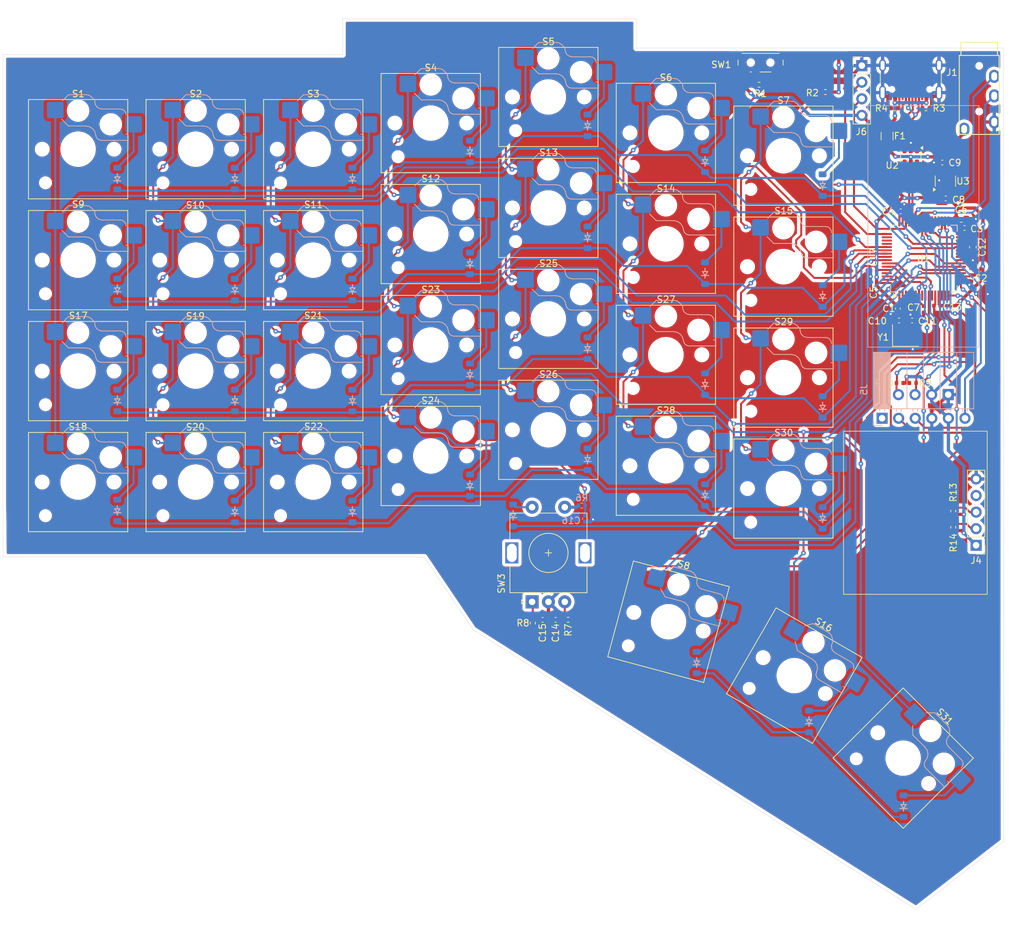
<source format=kicad_pcb>
(kicad_pcb (version 20240108) (generator "pcbnew") (generator_version "8.0")
  (layers (0 "F.Cu" signal) (31 "B.Cu" power) (34 "B.Paste" user) (35 "F.Paste" user) (36 "B.SilkS" user "B.Silkscreen") (37 "F.SilkS" user "F.Silkscreen") (38 "B.Mask" user) (39 "F.Mask" user) (44 "Edge.Cuts" user))
  (net 0 "")
  (net 1 "GND")
  (net 2 "+3.3V")
  (net 3 "LNRST")
  (net 4 "+5V")
  (net 5 "LOSC_IN")
  (net 6 "LOSC_OUT")
  (net 7 "/LMCU_VCAP1")
  (net 9 "Net-(D1-A)")
  (net 10 "Net-(D2-A)")
  (net 11 "Net-(D3-A)")
  (net 12 "Net-(D4-A)")
  (net 13 "Net-(D5-A)")
  (net 14 "Net-(D6-A)")
  (net 15 "Net-(D7-A)")
  (net 16 "LBOOT0")
  (net 17 "LRow 0")
  (net 18 "Net-(D9-A)")
  (net 19 "Net-(D10-A)")
  (net 20 "Net-(D11-A)")
  (net 21 "Net-(D12-A)")
  (net 22 "Net-(D13-A)")
  (net 23 "Net-(D14-A)")
  (net 24 "Net-(D15-A)")
  (net 25 "Net-(D16-A)")
  (net 26 "Net-(D17-A)")
  (net 27 "LRow 1")
  (net 28 "Net-(D18-A)")
  (net 29 "LRow 2")
  (net 30 "Net-(D19-A)")
  (net 31 "Net-(D20-A)")
  (net 32 "Net-(D21-A)")
  (net 33 "Net-(D22-A)")
  (net 34 "Net-(D23-A)")
  (net 35 "Net-(D24-A)")
  (net 36 "Net-(D25-A)")
  (net 37 "Net-(D26-A)")
  (net 38 "Net-(D27-A)")
  (net 39 "Net-(D28-A)")
  (net 40 "Net-(D29-A)")
  (net 41 "Net-(D30-A)")
  (net 42 "Net-(D31-A)")
  (net 43 "Net-(D33-A)")
  (net 44 "VBUS")
  (net 45 "Net-(J1-CC2)")
  (net 46 "LRow 3")
  (net 47 "Net-(J1-CC1)")
  (net 48 "LD+")
  (net 49 "LD-")
  (net 50 "LOLED_SCL")
  (net 52 "LOLED_SDA")
  (net 53 "LUART2_RX")
  (net 54 "LUART2_TX")
  (net 55 "LBT_EN")
  (net 56 "LSWCLK")
  (net 57 "LSWDIO")
  (net 58 "/SW_BOOT0")
  (net 59 "Net-(R6-Pad2)")
  (net 60 "LColumn 0")
  (net 61 "LColumn 1")
  (net 62 "LColumn 2")
  (net 63 "LColumn 3")
  (net 64 "LColumn 4")
  (net 65 "LColumn 5")
  (net 66 "LColumn 6")
  (net 67 "LUART1_TX")
  (net 68 "LsD+")
  (net 69 "LUART1_RX")
  (net 77 "LsD-")
  (net 78 "Net-(R2-Pad2)")
  (net 79 "LTRACK_SCL")
  (net 80 "LTRACK_SDA")
  (net 81 "LENCODER_B")
  (net 82 "LENCODER_A")
  (net 83 "LTRACK_INT")
  (net 87 "LROW4")
  (net 88 "Net-(D8-A)")
  (net 89 "LRow 4")
  (net 97 "Net-(C14-Pad2)")
  (net 98 "Net-(C15-Pad1)")
  (footprint "Package_TO_SOT_SMD:SOT-23-3" (layer "F.Cu") (at 168.3 52.245 90)
    (property "Reference" "U3")
    (property "Value" "XC6206")
  )
  (footprint "Resistor_SMD:R_0402_1005Metric" (layer "F.Cu") (at 161.325 83.175 180)
    (property "Reference" "R10")
    (property "Value" "4.7k")
  )
  (footprint "Package_QFP:LQFP-64_10x10mm_P0.5mm" (layer "F.Cu") (at 165 64.1 90)
    (property "Reference" "U1")
    (property "Value" "STM32F401RET6")
  )
  (footprint "ScottoKeebs_Components:Button_TL3342" (layer "F.Cu") (at 148.825 34.975 180)
    (property "Reference" "SW2" (hide yes))
    (property "Value" "SW_Push")
  )
  (footprint "Capacitor_SMD:C_0402_1005Metric" (layer "F.Cu") (at 163.2 73.6)
    (property "Reference" "C11")
    (property "Value" "8p")
  )
  (footprint "Rotary_Encoder:RotaryEncoder_Alps_EC11E-Switch_Vertical_H20mm" (layer "F.Cu") (at 105.015 116.7 90)
    (property "Reference" "SW3")
    (property "Value" "RotaryEncoder_Switch")
  )
  (footprint "Connector_PinHeader_2.54mm:PinHeader_1x05_P2.54mm_Vertical" (layer "F.Cu") (at 173 108.03 180)
    (property "Reference" "J4")
    (property "Value" "Trackball")
  )
  (footprint "Capacitor_SMD:C_0402_1005Metric" (layer "F.Cu") (at 157.3 67.8)
    (property "Reference" "C5")
    (property "Value" "100n")
  )
  (footprint "ScottoKeebs_Hotswap:Hotswap_Choc_V1V2_1.00u" (layer "F.Cu") (at 107.5 39.35)
    (property "Reference" "S5")
    (property "Value" "Keyswitch")
  )
  (footprint "ScottoKeebs_Hotswap:Hotswap_Choc_V1V2_1.00u" (layer "F.Cu") (at 125.5 78.85)
    (property "Reference" "S27")
    (property "Value" "Keyswitch")
  )
  (footprint "Capacitor_SMD:C_0402_1005Metric" (layer "F.Cu") (at 108.615 119.45)
    (property "Reference" "C14")
    (property "Value" "100n")
  )
  (footprint "ScottoKeebs_Hotswap:Hotswap_Choc_V1V2_1.00u" (layer "F.Cu") (at 71.5 47.35)
    (property "Reference" "S3")
    (property "Value" "Keyswitch")
  )
  (footprint "ScottoKeebs_Hotswap:Hotswap_Choc_V1V2_1.00u" (layer "F.Cu") (at 53.5 81.35)
    (property "Reference" "S19")
    (property "Value" "Keyswitch")
  )
  (footprint "Resistor_SMD:R_0402_1005Metric" (layer "F.Cu") (at 110.535 119.45)
    (property "Reference" "R7")
    (property "Value" "10k")
  )
  (footprint "ScottoKeebs_Hotswap:Hotswap_Choc_V1V2_1.00u" (layer "F.Cu") (at 125.5 95.85)
    (property "Reference" "S28")
    (property "Value" "Keyswitch")
  )
  (footprint "ScottoKeebs_Hotswap:Hotswap_Choc_V1V2_1.00u" (layer "F.Cu") (at 143.5 48.35)
    (property "Reference" "S7")
    (property "Value" "Keyswitch")
  )
  (footprint "Button_Switch_SMD:SW_SPDT_PCM12" (layer "F.Cu") (at 140 34.405 180)
    (property "Reference" "SW1")
    (property "Value" "SW_SPDT")
  )
  (footprint "ScottoKeebs_Hotswap:Hotswap_Choc_V1V2_1.00u" (layer "F.Cu") (at 143.5 99.35)
    (property "Reference" "S30")
    (property "Value" "Keyswitch")
  )
  (footprint "ScottoKeebs_Hotswap:Hotswap_Choc_V1V2_1.00u" (layer "F.Cu") (at 125.5 61.85)
    (property "Reference" "S14")
    (property "Value" "Keyswitch")
  )
  (footprint "Capacitor_SMD:C_0402_1005Metric" (layer "F.Cu") (at 167.82 49.395)
    (property "Reference" "C9")
    (property "Value" "1u")
  )
  (footprint "ScottoKeebs_Hotswap:Hotswap_Choc_V1V2_1.00u" (layer "F.Cu") (at 125.5 44.85)
    (property "Reference" "S6")
    (property "Value" "Keyswitch")
  )
  (footprint "Resistor_SMD:R_0402_1005Metric" (layer "F.Cu") (at 139.775 37.48)
    (property "Reference" "R1")
    (property "Value" "10k")
  )
  (footprint "ScottoKeebs_Components:OLED_128x32" (layer "F.Cu") (at 158.93 86.55 90)
    (property "Reference" "J2" (hide yes))
    (property "Value" "OLED_128x32")
  )
  (footprint "ScottoKeebs_Hotswap:Hotswap_Choc_V1V2_1.00u" (layer "F.Cu") (at 143.5 65.35)
    (property "Reference" "S15")
    (property "Value" "Keyswitch")
  )
  (footprint "ScottoKeebs_Hotswap:Hotswap_Choc_V1V2_1.00u" (layer "F.Cu") (at 143.5 82.35)
    (property "Reference" "S29")
    (property "Value" "Keyswitch")
  )
  (footprint "ScottoKeebs_Hotswap:Hotswap_Choc_V1V2_1.00u" (layer "F.Cu") (at 71.5 98.35)
    (property "Reference" "S22")
    (property "Value" "Keyswitch")
  )
  (footprint "ScottoKeebs_Hotswap:Hotswap_Choc_V1V2_1.00u" (layer "F.Cu") (at 107.5 90.35)
    (property "Reference" "S26")
    (property "Value" "Keyswitch")
  )
  (footprint "ScottoKeebs_Hotswap:Hotswap_Choc_V1V2_1.00u" (layer "F.Cu") (at 89.5 77.35)
    (property "Reference" "S23")
    (property "Value" "Keyswitch")
  )
  (footprint "Resistor_SMD:R_0402_1005Metric" (layer "F.Cu") (at 105.115 119.95 90)
    (property "Reference" "R8")
    (property "Value" "10k")
  )
  (footprint "Capacitor_SMD:C_0402_1005Metric" (layer "F.Cu") (at 161.025 71.775 90)
    (property "Reference" "C1")
    (property "Value" "100n")
  )
  (footprint "ScottoKeebs_Hotswap:Hotswap_Choc_V1V2_1.00u" (layer "F.Cu") (at 35.5 47.35)
    (property "Reference" "S1")
    (property "Value" "Keyswitch")
  )
  (footprint "ScottoKeebs_Hotswap:Hotswap_Choc_V1V2_1.00u" (layer "F.Cu") (at 107.5 56.35)
    (property "Reference" "S13")
    (property "Value" "Keyswitch")
  )
  (footprint "ScottoKeebs_Hotswap:Hotswap_Choc_V1V2_1.00u" (layer "F.Cu") (at 35.5 64.35)
    (property "Reference" "S9")
    (property "Value" "Keyswitch")
  )
  (footprint "Resistor_SMD:R_0402_1005Metric" (layer "F.Cu") (at 169.5 102.78 -90)
    (property "Reference" "R13")
    (property "Value" "4.7k")
  )
  (footprint "ScottoKeebs_Hotswap:Hotswap_Choc_V1V2_1.00u" (layer "F.Cu") (at 89.5 43.35)
    (property "Reference" "S4")
    (property "Value" "Keyswitch")
  )
  (footprint "Package_TO_SOT_SMD:SOT-23-6" (layer "F.Cu") (at 163 48.4575 -90)
    (property "Reference" "U2")
    (property "Value" "USBLC6-2SC6")
  )
  (footprint "Resistor_SMD:R_0402_1005Metric" (layer "F.Cu") (at 149.925 38.6)
    (property "Reference" "R2")
    (property "Value" "100R")
  )
  (footprint "ScottoKeebs_Hotswap:Hotswap_Choc_V1V2_1.00u" (layer "F.Cu") (at 53.5 64.35)
    (property "Reference" "S10")
    (property "Value" "Keyswitch")
  )
  (footprint "Resistor_SMD:R_0402_1005Metric" (layer "F.Cu") (at 160.5 41.075)
    (property "Reference" "R4")
    (property "Value" "5.1k")
  )
  (footprint "Capacitor_SMD:C_0402_1005Metric" (layer "F.Cu") (at 157.3 65.925 180)
    (property "Reference" "C17")
    (property "Value" "100n")
  )
  (footprint "Fuse:Fuse_1206_3216Metric" (layer "F.Cu") (at 159.375 45.35 -90)
    (property "Reference" "F1")
    (property "Value" "500mA")
  )
  (footprint "ScottoKeebs_Hotswap:Hotswap_Choc_V1V2_1.00u" (layer "F.Cu") (at 71.5 64.35)
    (property "Reference" "S11")
    (property "Value" "Keyswitch")
  )
  (footprint "ScottoKeebs_Components:TRRS_PJ-320A" (layer "F.Cu") (at 173.475 32.9875)
    (property "Reference" "U4")
    (property "Value" "TRRS")
  )
  (footprint "Capacitor_SMD:C_0603_1608Metric" (layer "F.Cu") (at 170.725 58.025 180)
    (property "Reference" "C6")
    (property "Value" "10u")
  )
  (footprint "Capacitor_SMD:C_0402_1005Metric" (layer "F.Cu") (at 172.25 67.12 90)
    (property "Reference" "C2")
    (property "Value" "100n")
  )
  (footprint "ScottoKeebs_Hotswap:Hotswap_Choc_V1V2_1.00u" (layer "F.Cu") (at 35.5 81.35)
    (property "Reference" "S17")
    (property "Value" "Keyswitch")
  )
  (footprint "Capacitor_SMD:C_0402_1005Metric" (layer "F.Cu") (at 168.35 54.895)
    (property "Reference" "C8")
    (property "Value" "1u")
  )
  (footprint "ScottoKeebs_Hotswap:Hotswap_Choc_V1V2_1.00u" (layer "F.Cu") (at 89.5 94.35)
    (property "Reference" "S24")
    (property "Value" "Keyswitch")
  )
  (footprint "ScottoKeebs_Hotswap:Hotswap_Choc_V1V2_1.00u" (layer "F.Cu") (at 161.833537 140.643934 -45)
    (property "Reference" "S31")
    (property "Value" "Keyswitch")
  )
  (footprint "Resistor_SMD:R_0402_1005Metric" (layer "F.Cu") (at 169.5 105.27 90)
    (property "Reference" "R14")
    (property "Value" "4.7k")
  )
  (footprint "Capacitor_SMD:C_0402_1005Metric" (layer "F.Cu") (at 171.225 59.425 180)
    (property "Reference" "C3")
    (property "Value" "100n")
  )
  (footprint "Capacitor_SMD:C_0402_1005Metric" (layer "F.Cu") (at 161.2 73.6)
    (property "Reference" "C10")
    (property "Value" "8p")
  )
  (footprint "Capacitor_SMD:C_0402_1005Metric" (layer "F.Cu") (at 167.02 71.325)
    (property "Reference" "C13")
    (property "Value" "100n")
  )
  (footprint "Resistor_SMD:R_0402_1005Metric" (layer "F.Cu") (at 165.325 41.075 180)
    (property "Reference" "R3")
    (property "Value" "5.1k")
  )
  (footprint "ScottoKeebs_Hotswap:Hotswap_Choc_V1V2_1.00u" (layer "F.Cu") (at 53.5 47.35)
    (property "Reference" "S2")
    (property "Value" "Keyswitch")
  )
  (footprint "ScottoKeebs_Hotswap:Hotswap_Choc_V1V2_1.00u" (layer "F.Cu") (at 53.5 98.35)
    (property "Reference" "S20")
    (property "Value" "Keyswitch")
  )
  (footprint "ScottoKeebs_Hotswap:Hotswap_Choc_V1V2_1.00u" (layer "F.Cu") (at 125.906403 119.75 -15)
    (property "Reference" "S8")
    (property "Value" "Keyswitch")
  )
  (footprint "Capacitor_SMD:C_0402_1005Metric" (layer "F.Cu") (at 106.615 119.45)
    (property "Reference" "C15")
    (property "Value" "100n")
  )
  (footprint "Connector_USB:USB_C_Receptacle_GCT_USB4105-xx-A_16P_TopMnt_Horizontal" (layer "F.Cu") (at 163 35.575 180)
    (property "Reference" "J1")
    (property "Value" "USB_C")
  )
  (footprint "Capacitor_SMD:C_0603_1608Metric" (layer "F.Cu") (at 172.5 62.375 -90)
    (property "Reference" "C12")
    (property "Value" "4.7uF")
  )
  (footprint "ScottoKeebs_Hotswap:Hotswap_Choc_V1V2_1.00u" (layer "F.Cu") (at 107.5 73.35)
    (property "Reference" "S25")
    (property "Value" "Keyswitch")
  )
  (footprint "ScottoKeebs_Hotswap:Hotswap_Choc_V1V2_1.00u" (layer "F.Cu") (at 89.5 60.35)
    (property "Reference" "S12")
    (property "Value" "Keyswitch")
  )
  (footprint "Capacitor_SMD:C_0402_1005Metric" (layer "F.Cu") (at 164.975 71.875 90)
    (property "Reference" "C7")
    (property "Value" "100n")
  )
  (footprint "Capacitor_SMD:C_0402_1005Metric" (layer "F.Cu") (at 161.45 56.875 180)
    (property "Reference" "C4")
    (property "Value" "100n")
  )
  (footprint "Resistor_SMD:R_0402_1005Metric" (layer "F.Cu") (at 163.3 83.175 180)
    (property "Reference" "R9")
    (property "Value" "4.7k")
  )
  (footprint "ScottoKeebs_Hotswap:Hotswap_Choc_V1V2_1.00u" (layer "F.Cu") (at 71.5 81.35)
    (property "Reference" "S21")
    (property "Value" "Keyswitch")
  )
  (footprint "Connector_PinHeader_2.54mm:PinHeader_1x04_P2.54mm_Vertical" (layer "F.Cu") (at 155.5 34.55)
    (property "Reference" "J6")
    (property "Value" "DEBUG")
  )
  (footprint "ScottoKeebs_Hotswap:Hotswap_Choc_V1V2_1.00u" (layer "F.Cu") (at 145.156403 128 -30)
    (property "Reference" "S16")
    (property "Value" "Keyswitch")
  )
  (footprint "Crystal:Crystal_SMD_3225-4Pin_3.2x2.5mm" (layer "F.Cu") (at 162.2 75.9)
    (property "Reference" "Y1")
    (property "Value" "8MHz")
  )
  (footprint "ScottoKeebs_Hotswap:Hotswap_Choc_V1V2_1.00u" (layer "F.Cu") (at 35.5 98.35)
    (property "Reference" "S18")
    (property "Value" "Keyswitch")
  )
  (footprint "ScottoKeebs_Components:Diode_SOD-123" (layer "B.Cu") (at 59.5 85.85 90)
    (property "Reference" "D19" (hide yes))
    (property "Value" "Diode")
  )
  (footprint "ScottoKeebs_Components:Diode_SOD-123" (layer "B.Cu") (at 41.5 68.85 90)
    (property "Reference" "D9" (hide yes))
    (property "Value" "Diode")
  )
  (footprint "Connector_PinSocket_2.54mm:PinSocket_1x06_P2.54mm_Horizontal" (layer "B.Cu") (at 158.6 88.575 -90)
    (property "Reference" "J5")
    (property "Value" "HC-05 BT")
  )
  (footprint "ScottoKeebs_Components:Diode_SOD-123" (layer "B.Cu") (at 149.5 69.85 90)
    (property "Reference" "D15" (hide yes))
    (property "Value" "Diode")
  )
  (footprint "ScottoKeebs_Components:Diode_SOD-123" (layer "B.Cu") (at 130.218263 126 90)
    (property "Reference" "D8" (hide yes))
    (property "Value" "Diode")
  )
  (footprint "ScottoKeebs_Components:Diode_SOD-123" (layer "B.Cu") (at 41.5 85.85 90)
    (property "Reference" "D17" (hide yes))
    (property "Value" "Diode")
  )
  (footprint "ScottoKeebs_Components:Diode_SOD-123" (layer "B.Cu") (at 41.5 102.7 90)
    (property "Reference" "D18" (hide yes))
    (property "Value" "Diode")
  )
  (footprint "ScottoKeebs_Components:Diode_SOD-123" (layer "B.Cu") (at 131.5 66.35 90)
    (property "Reference" "D14" (hide yes))
    (property "Value" "Diode")
  )
  (footprint "ScottoKeebs_Components:Diode_SOD-123" (layer "B.Cu") (at 95.5 64.85 90)
    (property "Reference" "D12" (hide yes))
    (property "Value" "Diode")
  )
  (footprint "ScottoKeebs_Components:Diode_SOD-123" (layer "B.Cu") (at 95.5 98.85 90)
    (property "Reference" "D24" (hide yes))
    (property "Value" "Diode")
  )
  (footprint "ScottoKeebs_Components:Diode_SOD-123" (layer "B.Cu") (at 113.5 94.85 90)
    (property "Reference" "D26" (hide yes))
    (property "Value" "Diode")
  )
  (footprint "ScottoKeebs_Components:Diode_SOD-123" (layer "B.Cu") (at 113.5 60.85 90)
    (property "Reference" "D13" (hide yes))
    (property "Value" "Diode")
  )
  (footprint "ScottoKeebs_Components:Diode_SOD-123" (layer "B.Cu") (at 131.5 49.2 90)
    (property "Reference" "D6" (hide yes))
    (property "Value" "Diode")
  )
  (footprint "Resistor_SMD:R_0402_1005Metric" (layer "B.Cu") (at 112.625 101.95 180)
    (property "Reference" "R6")
    (property "Value" "10k")
  )
  (footprint "ScottoKeebs_Components:Diode_SOD-123" (layer "B.Cu") (at 77.5 102.85 90)
    (property "Reference" "D22" (hide yes))
    (property "Value" "Diode")
  )
  (footprint "ScottoKeebs_Components:Diode_SOD-123" (layer "B.Cu") (at 149.5 103.85 90)
    (property "Reference" "D30" (hide yes))
    (property "Value" "Diode")
  )
  (footprint "ScottoKeebs_Components:Diode_SOD-123" (layer "B.Cu") (at 59.5 51.85 90)
    (property "Reference" "D2" (hide yes))
    (property "Value" "Diode")
  )
  (footprint "ScottoKeebs_Components:Diode_SOD-123" (layer "B.Cu") (at 147.418263 135.025 90)
    (property "Reference" "D16" (hide yes))
    (property "Value" "Diode")
  )
  (footprint "ScottoKeebs_Components:Diode_SOD-123" (layer "B.Cu") (at 149.5 52.85 90)
    (property "Reference" "D7" (hide yes))
    (property "Value" "Diode")
  )
  (footprint "ScottoKeebs_Components:Diode_SOD-123" (layer "B.Cu") (at 149.5 86.85 90)
    (property "Reference" "D29" (hide yes))
    (property "Value" "Diode")
  )
  (footprint "ScottoKeebs_Components:Diode_SOD-123" (layer "B.Cu") (at 113.5 77.85 90)
    (property "Reference" "D25" (hide yes))
    (property "Value" "Diode")
  )
  (footprint "ScottoKeebs_Components:Diode_SOD-123" (layer "B.Cu") (at 102.115 103.45 90)
    (property "Reference" "D33" (hide yes))
    (property "Value" "Diode")
  )
  (footprint "ScottoKeebs_Components:Diode_SOD-123" (layer "B.Cu") (at 77.5 68.85 90)
    (property "Reference" "D11" (hide yes))
    (property "Value" "Diode")
  )
  (footprint "ScottoKeebs_Components:Diode_SOD-123" (layer "B.Cu") (at 131.5 83.35 90)
    (property "Reference" "D27" (hide yes))
    (property "Value" "Diode")
  )
  (footprint "ScottoKeebs_Components:Diode_SOD-123" (layer "B.Cu") (at 113.5 43.7 90)
    (property "Reference" "D5" (hide yes))
    (property "Value" "Diode")
  )
  (footprint "ScottoKeebs_Components:Diode_SOD-123" (layer "B.Cu") (at 77.5 51.85 90)
    (property "Reference" "D3" (hide yes))
    (property "Value" "Diode")
  )
  (footprint "ScottoKeebs_Components:Diode_SOD-123" (layer "B.Cu") (at 59.5 102.85 90)
    (property "Reference" "D20" (hide yes))
    (property "Value" "Diode")
  )
  (footprint "ScottoKeebs_Components:Diode_SOD-123" (layer "B.Cu") (at 95.5 81.85 90)
    (property "Reference" "D23" (hide yes))
    (property "Value" "Diode")
  )
  (footprint "ScottoKeebs_Components:Diode_SOD-123" (layer "B.Cu") (at 161.893263 148 90)
    (property "Reference" "D31" (hide yes))
    (property "Value" "Diode")
  )
  (footprint "ScottoKeebs_Components:Diode_SOD-123" (layer "B.Cu") (at 77.5 85.85 90)
    (property "Reference" "D21" (hide yes))
    (property "Value" "Diode")
  )
  (footprint "ScottoKeebs_Components:Diode_SOD-123" (layer "B.Cu") (at 41.5 51.85 90)
    (property "Reference" "D1" (hide yes))
    (property "Value" "Diode")
  )
  (footprint "Capacitor_SMD:C_0402_1005Metric" (layer "B.Cu") (at 113.115 103.95 -90)
    (property "Reference" "C16")
    (property "Value" "100n")
  )
  (footprint "ScottoKeebs_Components:Diode_SOD-123" (layer "B.Cu") (at 131.5 100.35 90)
    (property "Reference" "D28" (hide yes))
    (property "Value" "Diode")
  )
  (footprint "ScottoKeebs_Components:Diode_SOD-123" (layer "B.Cu") (at 59.5 68.85 90)
    (property "Reference" "D10" (hide yes))
    (property "Value" "Diode")
  )
  (footprint "ScottoKeebs_Components:Diode_SOD-123" (layer "B.Cu") (at 95.5 47.7 90)
    (property "Reference" "D4" (hide yes))
    (property "Value" "Diode")
  )
  (gr_rect (start 156.425 40.675) (end 173.425 77.675) (stroke (width 0.1)) (fill none) (layer "B.SilkS"))
  (gr_rect (start 152.7 90.55) (end 174.7 115.55) (stroke (width 0.1)) (fill none) (layer "F.SilkS"))
  (gr_line (start 24 109.85) (end 88.5 109.85) (stroke (width 0.05)) (layer "Edge.Cuts"))
  (gr_line (start 96 120.975) (end 163.8 163.8) (stroke (width 0.05)) (layer "Edge.Cuts"))
  (gr_line (start 121 31.85) (end 121 27.35) (stroke (width 0.05)) (layer "Edge.Cuts"))
  (gr_line (start 76 27.35) (end 76 32.85) (stroke (width 0.05)) (layer "Edge.Cuts"))
  (gr_line (start 96 120.975) (end 88.5 109.85) (stroke (width 0.05)) (layer "Edge.Cuts"))
  (gr_line (start 163.8 163.8) (end 177.25 153.375) (stroke (width 0.05)) (layer "Edge.Cuts"))
  (gr_line (start 177.175 31.85) (end 121 31.85) (stroke (width 0.05)) (layer "Edge.Cuts"))
  (gr_line (start 177.25 153.375) (end 177.175 31.85) (stroke (width 0.05)) (layer "Edge.Cuts"))
  (gr_line (start 24 32.85) (end 24 109.85) (stroke (width 0.05)) (layer "Edge.Cuts"))
  (gr_line (start 121 27.35) (end 76 27.35) (stroke (width 0.05)) (layer "Edge.Cuts"))
  (gr_line (start 76 32.85) (end 24 32.85) (stroke (width 0.05)) (layer "Edge.Cuts"))
  (segment (start 171.8 60.60312) (end 171.8 59.52) (width 0.3) (layer "F.Cu") (net 1))
  (segment (start 166.22 88.575) (end 166.22 87.46) (width 0.5) (layer "F.Cu") (net 1))
  (segment (start 174.725 69.5) (end 174.775 69.55) (width 0.3) (layer "F.Cu") (net 1))
  (segment (start 167.35 53.3825) (end 167.35 54.375) (width 0.5) (layer "F.Cu") (net 1))
  (segment (start 167.35 53.3825) (end 167.35 52.12501) (width 0.5) (layer "F.Cu") (net 1))
  (segment (start 161.75 58.425) (end 161.75 57.055) (width 0.3) (layer "F.Cu") (net 1))
  (segment (start 161.75 57.055) (end 161.93 56.875) (width 0.3) (layer "F.Cu") (net 1))
  (segment (start 171.5 58.025) (end 171.5 59.22) (width 0.5) (layer "F.Cu") (net 1))
  (segment (start 160.72 72.56) (end 160.72 73.6) (width 0.5) (layer "F.Cu") (net 1))
  (segment (start 166.2 39.255) (end 166.745 39.255) (width 0.5) (layer "F.Cu") (net 1))
  (segment (start 172.25 67.852474) (end 171.963817 68.138657) (width 0.3) (layer "F.Cu") (net 1))
  (segment (start 160.72 74.67) (end 161.1 75.05) (width 0.5) (layer "F.Cu") (net 1))
  (segment (start 166.75 71.115) (end 166.54 71.325) (width 0.3) (layer "F.Cu") (net 1))
  (segment (start 156.82 65.925) (end 156.82 66.845) (width 0.5) (layer "F.Cu") (net 1))
  (segment (start 160.967622 67.72692) (end 160.967622 67.405425) (width 0.5) (layer "F.Cu") (net 1))
  (segment (start 160.72 73.6) (end 160.72 74.67) (width 0.5) (layer "F.Cu") (net 1))
  (segment (start 167.35 54.375) (end 167.87 54.895) (width 0.5) (layer "F.Cu") (net 1))
  (segment (start 156.82 66.845) (end 156.825 66.85) (width 0.5) (layer "F.Cu") (net 1))
  (segment (start 172 67.35) (end 172.25 67.6) (width 0.3) (layer "F.Cu") (net 1))
  (segment (start 153.175 36.875) (end 155.5 34.55) (width 0.5) (layer "F.Cu") (net 1))
  (segment (start 171.5 59.22) (end 171.705 59.425) (width 0.5) (layer "F.Cu") (net 1))
  (segment (start 156.82 68.62) (end 158.3 70.1) (width 0.5) (layer "F.Cu") (net 1))
  (segment (start 167.34 49.395) (end 166.550002 49.395) (width 0.5) (layer "F.Cu") (net 1))
  (segment (start 159.500001 40.585001) (end 159.99 41.075) (width 0.5) (layer "F.Cu") (net 1))
  (segment (start 161.93 56.875) (end 161.93 55.870004) (width 0.3) (layer "F.Cu") (net 1))
  (segment (start 164.975 73.275) (end 165 73.3) (width 0.5) (layer "F.Cu") (net 1))
  (segment (start 171.5 58.025) (end 172.95 58.025) (width 0.5) (layer "F.Cu") (net 1))
  (segment (start 156.82 66.855) (end 156.825 66.85) (width 0.5) (layer "F.Cu") (net 1))
  (segment (start 170.675 67.35) (end 172 67.35) (width 0.3) (layer "F.Cu") (net 1))
  (segment (start 107.095 119.45) (end 107.5 119.45) (width 0.5) (layer "F.Cu") (net 1))
  (segment (start 159.8 39.255) (end 159.255 39.255) (width 0.5) (layer "F.Cu") (net 1))
  (segment (start 158.3 70.1) (end 158.3 70.975) (width 0.5) (layer "F.Cu") (net 1))
  (segment (start 107.515 119.435) (end 107.5 119.45) (width 0.5) (layer "F.Cu") (net 1))
  (segment (start 159.255 39.255) (end 158.68 38.68) (width 0.5) (layer "F.Cu") (net 1))
  (segment (start 107.515 116.7) (end 107.515 119.435) (width 0.5) (layer "F.Cu") (net 1))
  (segment (start 166.745 39.255) (end 167.32 38.68) (width 0.5) (layer "F.Cu") (net 1))
  (segment (start 166.22 87.46) (end 168.73 84.95) (width 0.5) (layer "F.Cu") (net 1))
  (segment (start 161.93 55.870004) (end 162 55.800004) (width 0.3) (layer "F.Cu") (net 1))
  (segment (start 160.912197 67.35) (end 160.967622 67.405425) (width 0.3) (layer "F.Cu") (net 1))
  (segment (start 159.500001 39.554999) (end 159.500001 40.585001) (width 0.5) (layer "F.Cu") (net 1))
  (segment (start 145.675 36.875) (end 151.975 36.875) (width 0.5) (layer "F.Cu") (net 1))
  (segment (start 172.5 63.15) (end 172.5 64.375) (width 0.5) (layer "F.Cu") (net 1))
  (segment (start 156.82 67.8) (end 156.82 66.855) (width 0.5) (layer "F.Cu") (net 1))
  (segment (start 166.2 39.255) (end 166.2 40.71) (width 0.5) (layer "F.Cu") (net 1))
  (segment (start 159.8 39.255) (end 159.500001 39.554999) (width 0.5) (layer "F.Cu") (net 1))
  (segment (start 171.8 59.52) (end 171.705 59.425) (width 0.3) (layer "F.Cu") (net 1))
  (segment (start 158.3 70.975) (end 159.925 72.6) (width 0.5) (layer "F.Cu") (net 1))
  (segment (start 172.25 67.6) (end 172.25 67.852474) (width 0.3) (layer "F.Cu") (net 1))
  (segment (start 164.975 72.355) (end 164.975 73.275) (width 0.5) (layer "F.Cu") (net 1))
  (segment (start 151.975 36.875) (end 153.175 36.875) (width 0.5) (layer "F.Cu") (net 1))
  (segment (start 159.965 72.56) (end 159.925 72.6) (width 0.5) (layer "F.Cu") (net 1))
  (segment (start 159.894542 68.8) (end 160.967622 67.72692) (width 0.5) (layer "F.Cu") (net 1))
  (segment (start 161.025 72.255) (end 160.72 72.56) (width 0.5) (layer "F.Cu") (net 1))
  (segment (start 170.675 60.85) (end 171.55312 60.85) (width 0.3) (layer "F.Cu") (net 1))
  (segment (start 163 47.32) (end 163 46.375) (width 0.5) (layer "F.Cu") (net 1))
  (segment (start 156.82 67.8) (end 156.82 68.62) (width 0.5) (layer "F.Cu") (net 1))
  (segment (start 166.2 40.71) (end 165.835 41.075) (width 0.5) (layer "F.Cu") (net 1))
  (segment (start 163.3 76.75) (end 163.3 77.975) (width 0.5) (layer "F.Cu") (net 1))
  (segment (start 162.72 72.93) (end 162.95 72.7) (width 0.5) (layer "F.Cu") (net 1))
  (segment (start 162.72 73.6) (end 162.72 72.93) (width 0.5) (layer "F.Cu") (net 1))
  (segment (start 160.72 72.56) (end 159.965 72.56) (width 0.5) (layer "F.Cu") (net 1))
  (segment (start 166.75 69.775) (end 166.75 71.115) (width 0.3) (layer "F.Cu") (net 1))
  (segment (start 171.55312 60.85) (end 171.8 60.60312) (width 0.3) (layer "F.Cu") (net 1))
  (segment (start 159.6 68.8) (end 159.894542 68.8) (width 0.5) (layer "F.Cu") (net 1))
  (segment (start 173.025 69.5) (end 174.725 69.5) (width 0.3) (layer "F.Cu") (net 1))
  (segment (start 172.95 58.025) (end 172.975 58.05) (width 0.5) (layer "F.Cu") (net 1))
  (segment (start 107.5 119.45) (end 108.135 119.45) (width 0.5) (layer "F.Cu") (net 1))
  (segment (start 159.325 67.35) (end 160.912197 67.35) (width 0.3) (layer "F.Cu") (net 1))
  (via (at 158.3 70.1) (size 0.7) (drill 0.3) (layers "F.Cu" "B.Cu") (net 1))
  (via (at 165 73.3) (size 0.7) (drill 0.3) (layers "F.Cu" "B.Cu") (net 1))
  (via (at 172.975 58.05) (size 0.7) (drill 0.3) (layers "F.Cu" "B.Cu") (net 1))
  (via (at 171.963817 68.138657) (size 0.7) (drill 0.3) (layers "F.Cu" "B.Cu") (net 1))
  (via (at 160.967622 67.405425) (size 0.7) (drill 0.3) (layers "F.Cu" "B.Cu") (net 1))
  (via (at 162.95 72.7) (size 0.7) (drill 0.3) (layers "F.Cu" "B.Cu") (net 1))
  (via (at 159.925 72.6) (size 0.7) (drill 0.3) (layers "F.Cu" "B.Cu") (net 1))
  (via (at 174.775 69.55) (size 0.7) (drill 0.3) (layers "F.Cu" "B.Cu") (net 1))
  (via (at 163.3 77.975) (size 0.7) (drill 0.3) (layers "F.Cu" "B.Cu") (net 1))
  (via (at 173.025 69.5) (size 0.7) (drill 0.3) (layers "F.Cu" "B.Cu") (net 1))
  (via (at 167.35 52.12501) (size 0.7) (drill 0.3) (layers "F.Cu" "B.Cu") (net 1))
  (via (at 163 46.375) (size 0.7) (drill 0.3) (layers "F.Cu" "B.Cu") (net 1))
  (via (at 159.6 68.8) (size 0.7) (drill 0.3) (layers "F.Cu" "B.Cu") (net 1))
  (via (at 156.825 66.85) (size 0.7) (drill 0.3) (layers "F.Cu" "B.Cu") (net 1))
  (via (at 162 55.800004) (size 0.7) (drill 0.3) (layers "F.Cu" "B.Cu") (net 1))
  (via (at 114.35 104.075) (size 0.7) (drill 0.3) (layers "F.Cu" "B.Cu") (net 1))
  (via (at 166.550002 49.395) (size 0.7) (drill 0.3) (layers "F.Cu" "B.Cu") (net 1))
  (via (at 172.5 64.375) (size 0.7) (drill 0.3) (layers "F.Cu" "B.Cu") (net 1))
  (segment (start 171.963817 68.438817) (end 173.025 69.5) (width 0.3) (layer "B.Cu") (net 1))
  (segment (start 113.995 104.43) (end 114.35 104.075) (width 0.5) (layer "B.Cu") (net 1))
  (segment (start 113.115 104.43) (end 113.995 104.43) (width 0.5) (layer "B.Cu") (net 1))
  (segment (start 158.3 70.1) (end 159.6 68.8) (width 0.5) (layer "B.Cu") (net 1))
  (segment (start 171.963817 68.138657) (end 171.963817 68.438817) (width 0.3) (layer "B.Cu") (net 1))
  (segment (start 157 49.8) (end 157 43.67) (width 0.5) (layer "F.Cu") (net 2))
  (segment (start 167.25 71.075) (end 167.5 71.325) (width 0.3) (layer "F.Cu") (net 2))
  (segment (start 170.675 60.35) (end 170.675 59.495) (width 0.3) (layer "F.Cu") (net 2))
  (segment (start 167.25 69.775) (end 167.25 71.075) (width 0.3) (layer "F.Cu") (net 2))
  (segment (start 168.379999 55.655) (end 167.13 55.655) (width 0.5) (layer "F.Cu") (net 2))
  (segment (start 172.825 56.375) (end 174.05 57.6) (width 0.5) (layer "F.Cu") (net 2))
  (segment (start 137.75 38) (end 137.75 35.835) (width 0.5) (layer "F.Cu") (net 2))
  (segment (start 161.25 69.775) (end 161.25 71.07) (width 0.3) (layer "F.Cu") (net 2))
  (segment (start 160.72 55.505) (end 160.97 55.505) (width 0.5) (layer "F.Cu") (net 2))
  (segment (start 171.175 44.85) (end 171.175 44.2875) (width 0.5) (layer "F.Cu") (net 2))
  (segment (start 161.25 71.07) (end 161.025 71.295) (width 0.3) (layer "F.Cu") (net 2))
  (segment (start 159.325 67.85) (end 157.83 67.85) (width 0.3) (layer "F.Cu") (net 2))
  (segment (start 162.375 83.175) (end 162.375 82.2) (width 0.5) (layer "F.Cu") (net 2))
  (segment (start 169.5 105.78) (end 170.75 105.78) (width 0.5) (layer "F.Cu") (net 2))
  (segment (start 169.825 55.89) (end 170.31 56.375) (width 0.5) (layer "F.Cu") (net 2))
  (segment (start 170.31 56.375) (end 169.95 56.735) (width 0.5) (layer "F.Cu") (net 2))
  (segment (start 167.5 71.325) (end 169.875002 71.325) (width 0.5) (layer "F.Cu") (net 2))
  (segment (start 172.71 66.64) (end 174.025 65.325) (width 0.5) (layer "F.Cu") (net 2))
  (segment (start 169.25 53.3825) (end 170.45 52.1825) (width 0.5) (layer "F.Cu") (net 2))
  (segment (start 157 43.67) (end 155.5 42.17) (width 0.5) (layer "F.Cu") (net 2))
  (segment (start 169.25 53.3825) (end 169.25 54.475) (width 0.5) (layer "F.Cu") (net 2))
  (segment (start 170.75 105.78) (end 171.125 106.155) (width 0.5) (layer "F.Cu") (net 2))
  (segment (start 157.78 66.955) (end 157.775 66.95) (width 0.5) (layer "F.Cu") (net 2))
  (segment (start 167.13 55.655) (end 166.25 54.775) (width 0.5) (layer "F.Cu") (net 2))
  (segment (start 169.95 56.735) (end 169.95 58.025) (width 0.5) (layer "F.Cu") (net 2))
  (segment (start 160.795 71.295) (end 157.78 68.28) (width 0.5) (layer "F.Cu") (net 2))
  (segment (start 174.025 65.325) (end 174.025 67.208845) (width 0.5) (layer "F.Cu") (net 2))
  (segment (start 169.875002 71.325) (end 170.575001 70.625001) (width 0.5) (layer "F.Cu") (net 2))
  (segment (start 166.25 54.775) (end 164.075 54.775) (width 0.5) (layer "F.Cu") (net 2))
  (segment (start 169.95 58.025) (end 169.95 58.63) (width 0.5) (layer "F.Cu") (net 2))
  (segment (start 170.675 59.495) (end 170.745 59.425) (width 0.3) (layer "F.Cu") (net 2))
  (segment (start 138.525 38.775) (end 137.75 38) (width 0.5) (layer "F.Cu") (net 2))
  (segment (start 169.95 58.63) (end 170.745 59.425) (width 0.5) (layer "F.Cu") (net 2))
  (segment (start 174.05 57.6) (end 174.05 58.875) (width 0.5) (layer "F.Cu") (net 2))
  (segment (start 161.25 58.425) (end 161.25 57.155) (width 0.3) (layer "F.Cu") (net 2))
  (segment (start 169.5 103.29) (end 171.115 103.29) (width 0.5) (layer "F.Cu") (net 2))
  (segment (start 157.78 68.28) (end 157.78 67.8) (width 0.5) (layer "F.Cu") (net 2))
  (segment (start 162.025 54.825) (end 161.65 54.825) (width 0.5) (layer "F.Cu") (net 2))
  (segment (start 172.04 66.85) (end 172.25 66.64) (width 0.3) (layer "F.Cu") (net 2))
  (segment (start 157.775 58.45) (end 160.72 55.505) (width 0.5) (layer "F.Cu") (net 2))
  (segment (start 157.78 67.8) (end 157.78 66.955) (width 0.5) (layer "F.Cu") (net 2))
  (segment (start 170.608844 70.625001) (end 170.575001 70.625001) (width 0.5) (layer "F.Cu") (net 2))
  (segment (start 170.45 45.575) (end 171.175 44.85) (width 0.5) (layer "F.Cu") (net 2))
  (segment (start 161.25 57.155) (end 160.97 56.875) (width 0.3) (layer "F.Cu") (net 2))
  (segment (start 162.375 83.175) (end 162.79 83.175) (width 0.5) (layer "F.Cu") (net 2))
  (segment (start 164.075 54.775) (end 164 54.85) (width 0.5) (layer "F.Cu") (net 2))
  (segment (start 174.025 67.208845) (end 170.608844 70.625001) (width 0.5) (layer "F.Cu") (net 2))
  (segment (start 169.25 54.475) (end 168.83 54.895) (width 0.5) (layer "F.Cu") (net 2))
  (segment (start 161.65 54.825) (end 160.97 55.505) (width 0.5) (layer "F.Cu") (net 2))
  (segment (start 168.83 54.895) (end 168.83 55.204999) (width 0.5) (layer "F.Cu") (net 2))
  (segment (start 171.115 103.29) (end 171.125 103.3) (width 0.5) (layer "F.Cu") (net 2))
  (segment (start 157.83 67.85) (end 157.78 67.8) (width 0.3) (layer "F.Cu") (net 2))
  (segment (start 170.675 66.85) (end 172.04 66.85) (width 0.3) (layer "F.Cu") (net 2))
  (segment (start 161.025 71.295) (end 160.795 71.295) (width 0.5) (layer "F.Cu") (net 2))
  (segment (start 172.25 66.64) (end 172.71 66.64) (width 0.5) (layer "F.Cu") (net 2))
  (segment (start 170.45 52.1825) (end 170.45 45.575) (width 0.5) (layer "F.Cu") (net 2))
  (segment (start 161.835 83.175) (end 162.375 83.175) (width 0.5) (layer "F.Cu") (net 2))
  (segment (start 168.83 54.895) (end 169.825 55.89) (width 0.5) (layer "F.Cu") (net 2))
  (segment (start 160.97 55.505) (end 160.97 56.875) (width 0.5) (layer "F.Cu") (net 2))
  (segment (start 170.31 56.375) (end 172.825 56.375) (width 0.5) (layer "F.Cu") (net 2))
  (segment (start 162.025 54.825) (end 157 49.8) (width 0.5) (layer "F.Cu") (net 2))
  (segment (start 168.83 55.204999) (end 168.379999 55.655) (width 0.5) (layer "F.Cu") (net 2))
  (via (at 164 54.85) (size 0.7) (drill 0.3) (layers "F.Cu" "B.Cu") (net 2))
  (via (at 138.525 38.775) (size 0.7) (drill 0.3) (layers "F.Cu" "B.Cu") (net 2))
  (via (at 171.125 103.3) (size 0.7) (drill 0.3) (layers "F.Cu" "B.Cu") (net 2))
  (via (at 171.125 106.155) (size 0.7) (drill 0.3) (layers "F.Cu" "B.Cu") (net 2))
  (via (at 157.775 66.95) (size 0.7) (drill 0.3) (layers "F.Cu" "B.Cu") (net 2))
  (via (at 157.775 58.45) (size 0.7) (drill 0.3) (layers "F.Cu" "B.Cu") (net 2))
  (via (at 162.025 54.825) (size 0.7) (drill 0.3) (layers "F.Cu" "B.Cu") (net 2))
  (via (at 162.375 82.2) (size 0.7) (drill 0.3) (layers "F.Cu" "B.Cu") (net 2))
  (via (at 170.575001 70.625001) (size 0.7) (drill 0.3) (layers "F.Cu" "B.Cu") (net 2))
  (via (at 174.05 58.875) (size 0.7) (drill 0.3) (layers "F.Cu" "B.Cu") (net 2))
  (via (at 174.025 65.325) (size 0.7) (drill 0.3) (layers "F.Cu" "B.Cu") (net 2))
  (segment (start 144.775 39.425) (end 139.175 39.425) (width 0.5) (layer "B.Cu") (net 2))
  (segment (start 166.19 83.99) (end 166.19 84.95) (width 0.5) (layer "B.Cu") (net 2))
  (segment (start 147.52 42.17) (end 144.775 39.425) (width 0.5) (layer "B.Cu") (net 2))
  (segment (start 171.125 106.155) (end 173 108.03) (width 0.5) (layer "B.Cu") (net 2))
  (segment (start 164 54.85) (end 162.05 54.85) (width 0.5) (layer "B.Cu") (net 2))
  (segment (start 168.76 88.575) (end 168.76 93.51) (width 0.5) (layer "B.Cu") (net 2))
  (segment (start 174.025 65.325) (end 174.025 58.9) (width 0.5) (layer "B.Cu") (net 2))
  (segment (start 168.76 93.51) (end 171.125 95.875) (width 0.5) (layer "B.Cu") (net 2))
  (segment (start 171.125 103.3) (end 171.125 106.155) (width 0.5) (layer "B.Cu") (net 2))
  (segment (start 164.4 82.2) (end 166.19 83.99) (width 0.5) (layer "B.Cu") (net 2))
  (segment (start 162.05 54.85) (end 162.025 54.825) (width 0.5) (layer "B.Cu") (net 2))
  (segment (start 171.125 95.875) (end 171.125 103.3) (width 0.5) (layer "B.Cu") (net 2))
  (segment (start 166.19 86.005) (end 168.76 88.575) (width 0.5) (layer "B.Cu") (net 2))
  (segment (start 155.5 42.17) (end 147.52 42.17) (width 0.5) (layer "B.Cu") (net 2))
  (segment (start 162.375 82.2) (end 164.4 82.2) (width 0.5) (layer "B.Cu") (net 2))
  (segment (start 157.775 66.95) (end 157.775 58.45) (width 0.5) (layer "B.Cu") (net 2))
  (segment (start 166.19 84.95) (end 170.575001 80.564999) (width 0.5) (layer "B.Cu") (net 2))
  (segment (start 170.575001 80.564999) (end 170.575001 70.625001) (width 0.5) (layer "B.Cu") (net 2))
  (segment (start 139.175 39.425) (end 138.525 38.775) (width 0.5) (layer "B.Cu") (net 2))
  (segment (start 166.19 84.95) (end 166.19 86.005) (width 0.5) (layer "B.Cu") (net 2))
  (segment (start 174.025 58.9) (end 174.05 58.875) (width 0.5) (layer "B.Cu") (net 2))
  (segment (start 164.25 70.67) (end 164.975 71.395) (width 0.3) (layer "F.Cu") (net 3))
  (segment (start 147.125 46.85) (end 145.85 45.575) (width 0.3) (layer "F.Cu") (net 3))
  (segment (start 164.25 69.775) (end 164.25 68.6) (width 0.3) (layer "F.Cu") (net 3))
  (segment (start 147.125 50.65) (end 147.125 46.85) (width 0.3) (layer "F.Cu") (net 3))
  (segment (start 149.25 52.775) (end 147.125 50.65) (width 0.3) (layer "F.Cu") (net 3))
  (segment (start 164.25 69.775) (end 164.25 70.67) (width 0.3) (layer "F.Cu") (net 3))
  (segment (start 151.975 52.775) (end 149.25 52.775) (width 0.3) (layer "F.Cu") (net 3))
  (segment (start 145.85 45.575) (end 145.85 42.165) (width 0.3) (layer "F.Cu") (net 3))
  (segment (start 145.85 42.165) (end 149.415 38.6) (width 0.3) (layer "F.Cu") (net 3))
  (via (at 151.975 52.775) (size 0.7) (drill 0.3) (layers "F.Cu" "B.Cu") (net 3))
  (via (at 164.25 68.6) (size 0.7) (drill 0.3) (layers "F.Cu" "B.Cu") (net 3))
  (segment (start 165.381388 62.631388) (end 165.381388 67.468612) (width 0.3) (layer "B.Cu") (net 3))
  (segment (start 164.88505 67.75) (end 164.25 68.38505) (width 0.3) (layer "B.Cu") (net 3))
  (segment (start 151.975 52.775) (end 155.525 52.775) (width 0.3) (layer "B.Cu") (net 3))
  (segment (start 165.1 67.75) (end 164.88505 67.75) (width 0.3) (layer "B.Cu") (net 3))
  (segment (start 164.25 68.38505) (end 164.25 68.6) (width 0.3) (layer "B.Cu") (net 3))
  (segment (start 165.381388 67.468612) (end 165.1 67.75) (width 0.3) (layer "B.Cu") (net 3))
  (segment (start 155.525 52.775) (end 165.381388 62.631388) (width 0.3) (layer "B.Cu") (net 3))
  (segment (start 159.375 47.2) (end 160.65 48.475) (width 0.5) (layer "F.Cu") (net 4))
  (segment (start 168.3 49.395) (end 168.3 51.1075) (width 0.5) (layer "F.Cu") (net 4))
  (segment (start 167.739999 48.525) (end 165.6 48.525) (width 0.5) (layer "F.Cu") (net 4))
  (segment (start 159.375 46.75) (end 159.375 47.2) (width 0.5) (layer "F.Cu") (net 4))
  (segment (start 162.994849 49.589849) (end 163 49.595) (width 0.5) (layer "F.Cu") (net 4))
  (segment (start 168.3 49.085001) (end 167.739999 48.525) (width 0.5) (layer "F.Cu") (net 4))
  (segment (start 168.3 49.395) (end 168.3 49.085001) (width 0.5) (layer "F.Cu") (net 4))
  (segment (start 162.994849 48.5325) (end 162.994849 49.589849) (width 0.5) (layer "F.Cu") (net 4))
  (via (at 162.994849 48.5325) (size 0.7) (drill 0.3) (layers "F.Cu" "B.Cu") (net 4))
  (via (at 160.65 48.475) (size 0.7) (drill 0.3) (layers "F.Cu" "B.Cu") (net 4))
  (via (at 165.6 48.525) (size 0.7) (drill 0.3) (layers "F.Cu" "B.Cu") (net 4))
  (segment (start 162.937349 48.475) (end 162.994849 48.5325) (width 0.5) (layer "B.Cu") (net 4))
  (segment (start 160.65 48.475) (end 162.937349 48.475) (width 0.5) (layer "B.Cu") (net 4))
  (segment (start 162.994849 48.5325) (end 163.002349 48.525) (width 0.5) (layer "B.Cu") (net 4))
  (segment (start 163.002349 48.525) (end 165.6 48.525) (width 0.5) (layer "B.Cu") (net 4))
  (segment (start 161.625 76.75) (end 161.1 76.75) (width 0.3) (layer "F.Cu") (net 5))
  (segment (start 161.68 73.6) (end 162.15 74.07) (width 0.3) (layer "F.Cu") (net 5))
  (segment (start 161.68 73.6) (end 161.68 72.82) (width 0.3) (layer "F.Cu") (net 5))
  (segment (start 163.25 71.25) (end 163.25 69.775) (width 0.3) (layer "F.Cu") (net 5))
  (segment (start 161.68 72.82) (end 163.25 71.25) (width 0.3) (layer "F.Cu") (net 5))
  (segment (start 162.15 76.225) (end 161.625 76.75) (width 0.3) (layer "F.Cu") (net 5))
  (segment (start 162.15 74.07) (end 162.15 76.225) (width 0.3) (layer "F.Cu") (net 5))
  (segment (start 163.75 70.9) (end 163.75 69.775) (width 0.3) (layer "F.Cu") (net 6))
  (segment (start 163.325 75.025) (end 163.3 75.05) (width 0.3) (layer "F.Cu") (net 6))
  (segment (start 163.68 73.6) (end 163.325 73.955) (width 0.3) (layer "F.Cu") (net 6))
  (segment (start 163.325 73.955) (end 163.325 75.025) (width 0.3) (layer "F.Cu") (net 6))
  (segment (start 163.68 73.6) (end 163.975 73.305) (width 0.3) (layer "F.Cu") (net 6))
  (segment (start 163.975 73.305) (end 163.975 71.125) (width 0.3) (layer "F.Cu") (net 6))
  (segment (start 163.975 71.125) (end 163.75 70.9) (width 0.3) (layer "F.Cu") (net 6))
  (segment (start 170.675 61.35) (end 172.25 61.35) (width 0.3) (layer "F.Cu") (net 7))
  (segment (start 172.25 61.35) (end 172.5 61.6) (width 0.3) (layer "F.Cu") (net 7))
  (segment (start 44 43.55) (end 44 47.7) (width 0.3) (layer "B.Cu") (net 9))
  (segment (start 44 47.7) (end 41.5 50.2) (width 0.3) (layer "B.Cu") (net 9))
  (segment (start 62 47.7) (end 59.5 50.2) (width 0.3) (layer "B.Cu") (net 10))
  (segment (start 62 43.55) (end 62 47.7) (width 0.3) (layer "B.Cu") (net 10))
  (segment (start 80 43.55) (end 80 47.7) (width 0.3) (layer "B.Cu") (net 11))
  (segment (start 80 47.7) (end 77.5 50.2) (width 0.3) (layer "B.Cu") (net 11))
  (segment (start 98 43.55) (end 95.5 46.05) (width 0.3) (layer "B.Cu") (net 12))
  (segment (start 98 39.55) (end 98 43.55) (width 0.3) (layer "B.Cu") (net 12))
  (segment (start 116 35.55) (end 116 39.55) (width 0.3) (layer "B.Cu") (net 13))
  (segment (start 116 39.55) (end 113.5 42.05) (width 0.3) (layer "B.Cu") (net 13))
  (segment (start 134 45.05) (end 131.5 47.55) (width 0.3) (layer "B.Cu") (net 14))
  (segment (start 134 41.05) (end 134 45.05) (width 0.3) (layer "B.Cu") (net 14))
  (segment (start 152 48.7) (end 149.5 51.2) (width 0.3) (layer "B.Cu") (net 15))
  (segment (start 152 44.55) (end 152 48.7) (width 0.3) (layer "B.Cu") (net 15))
  (segment (start 145.45 62.225) (end 145.45 61.3) (width 0.3) (layer "F.Cu") (net 16))
  (segment (start 139.225 49.95) (end 137.125 49.95) (width 0.3) (layer "F.Cu") (net 16))
  (segment (start 157.78 65.615001) (end 157.414999 65.25) (width 0.3) (layer "F.Cu") (net 16))
  (segment (start 146.225 56.95) (end 139.225 49.95) (width 0.3) (layer "F.Cu") (net 16))
  (segment (start 157.855 65.85) (end 159.325 65.85) (width 0.3) (layer "F.Cu") (net 16))
  (segment (start 146.625 65.475) (end 146.625 63.4) (width 0.3) (layer "F.Cu") (net 16))
  (segment (start 146.625 63.4) (end 145.45 62.225) (width 0.3) (layer "F.Cu") (net 16))
  (segment (start 155.925 65.25) (end 154.1 67.075) (width 0.3) (layer "F.Cu") (net 16))
  (segment (start 157.78 65.925) (end 157.855 65.85) (width 0.3) (layer "F.Cu") (net 16))
  (segment (start 154.1 67.075) (end 148.225 67.075) (width 0.3) (layer "F.Cu") (net 16))
  (segment (start 146.225 60.525) (end 146.225 56.95) (width 0.3) (layer "F.Cu") (net 16))
  (segment (start 157.78 65.925) (end 157.78 65.615001) (width 0.3) (layer "F.Cu") (net 16))
  (segment (start 135.825 42.65) (end 140.285 38.19) (width 0.3) (layer "F.Cu") (net 16))
  (segment (start 140.285 38.19) (end 140.285 37.48) (width 0.3) (layer "F.Cu") (net 16))
  (segment (start 157.414999 65.25) (end 155.925 65.25) (width 0.3) (layer "F.Cu") (net 16))
  (segment (start 135.825 48.65) (end 135.825 42.65) (width 0.3) (layer "F.Cu") (net 16))
  (segment (start 145.45 61.3) (end 146.225 60.525) (width 0.3) (layer "F.Cu") (net 16))
  (segment (start 137.125 49.95) (end 135.825 48.65) (width 0.3) (layer "F.Cu") (net 16))
  (segment (start 148.225 67.075) (end 146.625 65.475) (width 0.3) (layer "F.Cu") (net 16))
  (segment (start 170.675 61.85) (end 163.35 61.85) (width 0.3) (layer "F.Cu") (net 17))
  (segment (start 163.35 61.85) (end 162.25 60.75) (width 0.3) (layer "F.Cu") (net 17))
  (via (at 162.25 60.75) (size 0.7) (drill 0.3) (layers "F.Cu" "B.Cu") (net 17))
  (segment (start 131.5 50.85) (end 132.4 51.75) (width 0.3) (layer "B.Cu") (net 17))
  (segment (start 84.225 49.975) (end 84.85 49.975) (width 0.3) (layer "B.Cu") (net 17))
  (segment (start 99.6 49.35) (end 103.6 45.35) (width 0.3) (layer "B.Cu") (net 17))
  (segment (start 77.3 53.7) (end 77.5 53.5) (width 0.3) (layer "B.Cu") (net 17))
  (segment (start 80.7 53.5) (end 84.225 49.975) (width 0.3) (layer "B.Cu") (net 17))
  (segment (start 146.75 51.75) (end 149.5 54.5) (width 0.3) (layer "B.Cu") (net 17))
  (segment (start 128.9 48.25) (end 131.5 50.85) (width 0.3) (layer "B.Cu") (net 17))
  (segment (start 156 54.5) (end 162.25 60.75) (width 0.3) (layer "B.Cu") (net 17))
  (segment (start 41.5 53.5) (end 41.7 53.7) (width 0.3) (layer "B.Cu") (net 17))
  (segment (start 132.4 51.75) (end 146.75 51.75) (width 0.3) (layer "B.Cu") (net 17))
  (segment (start 115.275 45.35) (end 118.175 48.25) (width 0.3) (layer "B.Cu") (net 17))
  (segment (start 84.85 49.975) (end 85.475 49.35) (width 0.3) (layer "B.Cu") (net 17))
  (segment (start 41.7 53.7) (end 77.3 53.7) (width 0.3) (layer "B.Cu") (net 17))
  (segment (start 95.5 49.35) (end 99.6 49.35) (width 0.3) (layer "B.Cu") (net 17))
  (segment (start 149.5 54.5) (end 156 54.5) (width 0.3) (layer "B.Cu") (net 17))
  (segment (start 113.5 45.35) (end 115.275 45.35) (width 0.3) (layer "B.Cu") (net 17))
  (segment (start 85.475 49.35) (end 95.5 49.35) (width 0.3) (layer "B.Cu") (net 17))
  (segment (start 103.6 45.35) (end 113.5 45.35) (width 0.3) (layer "B.Cu") (net 17))
  (segment (start 118.175 48.25) (end 128.9 48.25) (width 0.3) (layer "B.Cu") (net 17))
  (segment (start 77.5 53.5) (end 80.7 53.5) (width 0.3) (layer "B.Cu") (net 17))
  (segment (start 44 60.55) (end 44 64.7) (width 0.3) (layer "B.Cu") (net 18))
  (segment (start 44 64.7) (end 41.5 67.2) (width 0.3) (layer "B.Cu") (net 18))
  (segment (start 62 64.7) (end 59.5 67.2) (width 0.3) (layer "B.Cu") (net 19))
  (segment (start 62 60.55) (end 62 64.7) (width 0.3) (layer "B.Cu") (net 19))
  (segment (start 80 64.7) (end 77.5 67.2) (width 0.3) (layer "B.Cu") (net 20))
  (segment (start 80 60.55) (end 80 64.7) (width 0.3) (layer "B.Cu") (net 20))
  (segment (start 98 60.7) (end 95.5 63.2) (width 0.3) (layer "B.Cu") (net 21))
  (segment (start 98 56.55) (end 98 60.7) (width 0.3) (layer "B.Cu") (net 21))
  (segment (start 116 52.55) (end 116 56.7) (width 0.3) (layer "B.Cu") (net 22))
  (segment (start 116 56.7) (end 113.5 59.2) (width 0.3) (layer "B.Cu") (net 22))
  (segment (start 134 62.2) (end 131.5 64.7) (width 0.3) (layer "B.Cu") (net 23))
  (segment (start 134 58.05) (end 134 62.2) (width 0.3) (layer "B.Cu") (net 23))
  (segment (start 152 65.7) (end 149.5 68.2) (width 0.3) (layer "B.Cu") (net 24))
  (segment (start 152 61.55) (end 152 65.7) (width 0.3) (layer "B.Cu") (net 24))
  (segment (start 150.001722 133.375) (end 147.418263 133.375) (width 0.3) (layer "B.Cu") (net 25))
  (segment (start 154.417619 128.959103) (end 150.001722 133.375) (width 0.3) (layer "B.Cu") (net 25))
  (segment (start 44 77.55) (end 44 81.7) (width 0.3) (layer "B.Cu") (net 26))
  (segment (start 44 81.7) (end 41.5 84.2) (width 0.3) (layer "B.Cu") (net 26))
  (segment (start 159.325 62.85) (end 154.375036 62.85) (width 0.3) (layer "F.Cu") (net 27))
  (segment (start 154.375036 62.85) (end 154.000036 63.225) (width 0.3) (layer "F.Cu") (net 27))
  (via (at 154.000036 63.225) (size 0.7) (drill 0.3) (layers "F.Cu" "B.Cu") (net 27))
  (segment (start 113.5 62.5) (end 116.325 62.5) (width 0.3) (layer "B.Cu") (net 27))
  (segment (start 99.275 66.5) (end 103.275 62.5) (width 0.3) (layer "B.Cu") (net 27))
  (segment (start 116.325 62.5) (end 119.075 65.25) (width 0.3) (layer "B.Cu") (net 27))
  (segment (start 128.75 65.25) (end 131.5 68) (width 0.3) (layer "B.Cu") (net 27))
  (segment (start 137.15 68) (end 137.725 68.575) (width 0.3) (layer "B.Cu") (net 27))
  (segment (start 77.3 70.7) (end 77.5 70.5) (width 0.3) (layer "B.Cu") (net 27))
  (segment (start 119.075 65.25) (end 128.75 65.25) (width 0.3) (layer "B.Cu") (net 27))
  (segment (start 146.425 68.575) (end 149.5 71.65) (width 0.3) (layer "B.Cu") (net 27))
  (segment (start 77.5 70.65) (end 81.7 70.65) (width 0.3) (layer "B.Cu") (net 27))
  (segment (start 95.5 66.5) (end 99.275 66.5) (width 0.3) (layer "B.Cu") (net 27))
  (segment (start 41.7 70.7) (end 77.3 70.7) (width 0.3) (layer "B.Cu") (net 27))
  (segment (start 103.275 62.5) (end 113.5 62.5) (width 0.3) (layer "B.Cu") (net 27))
  (segment (start 85.85 66.5) (end 95.5 66.5) (width 0.3) (layer "B.Cu") (net 27))
  (segment (start 131.5 68) (end 137.15 68) (width 0.3) (layer "B.Cu") (net 27))
  (segment (start 41.5 70.5) (end 41.7 70.7) (width 0.3) (layer "B.Cu") (net 27))
  (segment (start 81.7 70.65) (end 85.85 66.5) (width 0.3) (layer "B.Cu") (net 27))
  (segment (start 152.85 68.15) (end 152.85 64.375036) (width 0.3) (layer "B.Cu") (net 27))
  (segment (start 149.5 71.5) (end 152.85 68.15) (width 0.3) (layer "B.Cu") (net 27))
  (segment (start 137.725 68.575) (end 146.425 68.575) (width 0.3) (layer "B.Cu") (net 27))
  (segment (start 152.85 64.375036) (end 154.000036 63.225) (width 0.3) (layer "B.Cu") (net 27))
  (segment (start 44 94.55) (end 44 98.55) (width 0.3) (layer "B.Cu") (net 28))
  (segment (start 44 98.55) (end 41.5 101.05) (width 0.3) (layer "B.Cu") (net 28))
  (segment (start 156.900001 64.55) (end 157.100001 64.35) (width 0.3) (layer "F.Cu") (net 29))
  (segment (start 157.100001 64.35) (end 159.325 64.35) (width 0.3) (layer "F.Cu") (net 29))
  (via (at 156.900001 64.55) (size 0.7) (drill 0.3) (layers "F.Cu" "B.Cu") (net 29))
  (segment (start 77.75 87.65) (end 82.3 87.65) (width 0.3) (layer "B.Cu") (net 29))
  (segment (start 116.5 82.25) (end 129 82.25) (width 0.3) (layer "B.Cu") (net 29))
  (segment (start 156.900001 64.55) (end 156.35 64.55) (width 0.3) (layer "B.Cu") (net 29))
  (segment (start 105.15 79.5) (end 113.75 79.5) (width 0.3) (layer "B.Cu") (net 29))
  (segment (start 149.5 88.5) (end 149.525 88.525) (width 0.3) (layer "B.Cu") (net 29))
  (segment (start 113.75 79.5) (end 116.5 82.25) (width 0.3) (layer "B.Cu") (net 29))
  (segment (start 77.3 87.7) (end 77.5 87.5) (width 0.3) (layer "B.Cu") (net 29))
  (segment (start 132.25 85.5) (end 146.6 85.5) (width 0.3) (layer "B.Cu") (net 29))
  (segment (start 155.425 65.475) (end 155.425 69.575) (width 0.3) (layer "B.Cu") (net 29))
  (segment (start 153.675 84.325) (end 149.5 88.5) (width 0.3) (layer "B.Cu") (net 29))
  (segment (start 146.6 85.5) (end 149.75 88.65) (width 0.3) (layer "B.Cu") (net 29))
  (segment (start 156.35 64.55) (end 155.425 65.475) (width 0.3) (layer "B.Cu") (net 29))
  (segment (start 155.425 69.575) (end 153.675 71.325) (width 0.3) (layer "B.Cu") (net 29))
  (segment (start 101.15 83.5) (end 105.15 79.5) (width 0.3) (layer "B.Cu") (net 29))
  (segment (start 153.675 71.325) (end 153.675 84.325) (width 0.3) (layer "B.Cu") (net 29))
  (segment (start 41.7 87.7) (end 77.3 87.7) (width 0.3) (layer "B.Cu") (net 29))
  (segment (start 41.5 87.5) (end 41.7 87.7) (width 0.3) (layer "B.Cu") (net 29))
  (segment (start 82.3 87.65) (end 86.45 83.5) (width 0.3) (layer "B.Cu") (net 29))
  (segment (start 129 82.25) (end 132.25 85.5) (width 0.3) (layer "B.Cu") (net 29))
  (segment (start 86.45 83.5) (end 101.15 83.5) (width 0.3) (layer "B.Cu") (net 29))
  (segment (start 62 81.7) (end 59.5 84.2) (width 0.3) (layer "B.Cu") (net 30))
  (segment (start 62 77.55) (end 62 81.7) (width 0.3) (layer "B.Cu") (net 30))
  (segment (start 62 98.7) (end 59.5 101.2) (width 0.3) (layer "B.Cu") (net 31))
  (segment (start 62 94.55) (end 62 98.7) (width 0.3) (layer "B.Cu") (net 31))
  (segment (start 80 81.7) (end 77.5 84.2) (width 0.3) (layer "B.Cu") (net 32))
  (segment (start 80 77.55) (end 80 81.7) (width 0.3) (layer "B.Cu") (net 32))
  (segment (start 80 94.55) (end 80 98.7) (width 0.3) (layer "B.Cu") (net 33))
  (segment (start 80 98.7) (end 77.5 101.2) (width 0.3) (layer "B.Cu") (net 33))
  (segment (start 98 77.7) (end 95.5 80.2) (width 0.3) (layer "B.Cu") (net 34))
  (segment (start 98 73.55) (end 98 77.7) (width 0.3) (layer "B.Cu") (net 34))
  (segment (start 98 90.55) (end 98 94.7) (width 0.3) (layer "B.Cu") (net 35))
  (segment (start 98 94.7) (end 95.5 97.2) (width 0.3) (layer "B.Cu") (net 35))
  (segment (start 116 69.55) (end 116 73.7) (width 0.3) (layer "B.Cu") (net 36))
  (segment (start 116 73.7) (end 113.5 76.2) (width 0.3) (layer "B.Cu") (net 36))
  (segment (start 116 90.7) (end 113.5 93.2) (width 0.3) (layer "B.Cu") (net 37))
  (segment (start 116 86.55) (end 116 90.7) (width 0.3) (layer "B.Cu") (net 37))
  (segment (start 134 79.2) (end 131.5 81.7) (width 0.3) (layer "B.Cu") (net 38))
  (segment (start 134 75.05) (end 134 79.2) (width 0.3) (layer "B.Cu") (net 38))
  (segment (start 134 92.05) (end 134 96.2) (width 0.3) (layer "B.Cu") (net 39))
  (segment (start 134 96.2) (end 131.5 98.7) (width 0.3) (layer "B.Cu") (net 39))
  (segment (start 152 78.55) (end 152 82.7) (width 0.3) (layer "B.Cu") (net 40))
  (segment (start 152 82.7) (end 149.5 85.2) (width 0.3) (layer "B.Cu") (net 40))
  (segment (start 152 99.7) (end 149.5 102.2) (width 0.3) (layer "B.Cu") (net 41))
  (segment (start 152 95.55) (end 152 99.7) (width 0.3) (layer "B.Cu") (net 41))
  (segment (start 168.148286 146.35) (end 161.893263 146.35) (width 0.3) (layer "B.Cu") (net 42))
  (segment (start 170.530951 143.967335) (end 168.148286 146.35) (width 0.3) (layer "B.Cu") (net 42))
  (segment (start 105.015 102.2) (end 102.515 102.2) (width 0.3) (layer "B.Cu") (net 43))
  (segment (start 102.515 102.2) (end 102.115 101.8) (width 0.3) (layer "B.Cu") (net 43))
  (segment (start 160.6 39.255) (end 160.6 40.175) (width 0.5) (layer "F.Cu") (net 44))
  (segment (start 160.6 40.175) (end 160.55 40.225) (width 0.5) (layer "F.Cu") (net 44))
  (segment (start 160.575 42.75) (end 159.375 43.95) (width 0.5) (layer "F.Cu") (net 44))
  (segment (start 165.381236 40.239967) (end 165.381236 39.273764) (width 0.5) (layer "F.Cu") (net 44))
  (segment (start 160.575 42.225) (end 160.575 42.75) (width 0.5) (layer "F.Cu") (net 44))
  (segment (start 165.381236 39.273764) (end 165.4 39.255) (width 0.5) (layer "F.Cu") (net 44))
  (via (at 160.55 40.225) (size 0.7) (drill 0.3) (layers "F.Cu" "B.Cu") (net 44))
  (via (at 165.381236 40.239967) (size 0.7) (drill 0.3) (layers "F.Cu" "B.Cu") (net 44))
  (via (at 160.575 42.225) (size 0.7) (drill 0.3) (layers "F.Cu" "B.Cu") (net 44))
  (segment (start 160.55 42.2) (end 160.575 42.225) (width 0.5) (layer "B.Cu") (net 44))
  (segment (start 160.55 40.225) (end 165.366269 40.225) (width 0.5) (layer "B.Cu") (net 44))
  (segment (start 165.366269 40.225) (end 165.381236 40.239967) (width 0.5) (layer "B.Cu") (net 44))
  (segment (start 160.55 40.225) (end 160.55 42.2) (width 0.5) (layer "B.Cu") (net 44))
  (segment (start 161.25 40.835) (end 161.01 41.075) (width 0.3) (layer "F.Cu") (net 45))
  (segment (start 161.25 39.255) (end 161.25 40.835) (width 0.3) (layer "F.Cu") (net 45))
  (segment (start 164.43995 66.35) (end 164.38995 66.3) (width 0.3) (layer "F.Cu") (net 46))
  (segment (start 170.675 66.35) (end 164.43995 66.35) (width 0.3) (layer "F.Cu") (net 46))
  (via (at 164.38995 66.3) (size 0.7) (drill 0.3) (layers "F.Cu" "B.Cu") (net 46))
  (segment (start 83 104.65) (end 87.15 100.5) (width 0.3) (layer "B.Cu") (net 46))
  (segment (start 104.9 96.5) (end 113.5 96.5) (width 0.3) (layer "B.Cu") (net 46))
  (segment (start 113.5 96.5) (end 116.4 99.4) (width 0.3) (layer "B.Cu") (net 46))
  (segment (start 157.175 85.625) (end 157.175 73.51495) (width 0.3) (layer "B.Cu") (net 46))
  (segment (start 87.15 100.5) (end 95.5 100.5) (width 0.3) (layer "B.Cu") (net 46))
  (segment (start 131.5 102) (end 132.4 102.9) (width 0.3) (layer "B.Cu") (net 46))
  (segment (start 157.175 73.51495) (end 164.38995 66.3) (width 0.3) (layer "B.Cu") (net 46))
  (segment (start 41.5 104.35) (end 41.85 104.7) (width 0.3) (layer "B.Cu") (net 46))
  (segment (start 77.3 104.7) (end 77.5 104.5) (width 0.3) (layer "B.Cu") (net 46))
  (segment (start 77.5 104.65) (end 83 104.65) (width 0.3) (layer "B.Cu") (net 46))
  (segment (start 100.9 100.5) (end 104.9 96.5) (width 0.3) (layer "B.Cu") (net 46))
  (segment (start 41.85 104.7) (end 77.3 104.7) (width 0.3) (layer "B.Cu") (net 46))
  (segment (start 95.5 100.5) (end 100.9 100.5) (width 0.3) (layer "B.Cu") (net 46))
  (segment (start 116.4 99.4) (end 128.9 99.4) (width 0.3) (layer "B.Cu") (net 46))
  (segment (start 128.9 99.4) (end 131.5 102) (width 0.3) (layer "B.Cu") (net 46))
  (segment (start 146.75 102.9) (end 149.5 105.65) (width 0.3) (layer "B.Cu") (net 46))
  (segment (start 153.65 101.35) (end 153.65 89.15) (width 0.3) (layer "B.Cu") (net 46))
  (segment (start 153.65 89.15) (end 157.175 85.625) (width 0.3) (layer "B.Cu") (net 46))
  (segment (start 132.4 102.9) (end 146.75 102.9) (width 0.3) (layer "B.Cu") (net 46))
  (segment (start 149.5 105.5) (end 153.65 101.35) (width 0.3) (layer "B.Cu") (net 46))
  (segment (start 164.25 39.255) (end 164.25 39.933119) (width 0.3) (layer "F.Cu") (net 47))
  (segment (start 164.25 39.933119) (end 164.695 40.378119) (width 0.3) (layer "F.Cu") (net 47))
  (segment (start 164.695 40.955) (end 164.815 41.075) (width 0.3) (layer "F.Cu") (net 47))
  (segment (start 164.695 40.378119) (end 164.695 40.955) (width 0.3) (layer "F.Cu") (net 47))
  (segment (start 162.25 39.255) (end 162.25 40.125) (width 0.3) (layer "F.Cu") (net 48))
  (segment (start 163.304997 40.734488) (end 163.304997 41.314388) (width 0.3) (layer "F.Cu") (net 48))
  (segment (start 162.775 45.601249) (end 162.05 46.326249) (width 0.3) (layer "F.Cu") (net 48))
  (segment (start 163.25 40.679491) (end 163.304997 40.734488) (width 0.3) (layer "F.Cu") (net 48))
  (segment (start 162.05 46.326249) (end 162.05 47.32) (width 0.3) (layer "F.Cu") (net 48))
  (segment (start 163.25 39.255) (end 163.25 40.679491) (width 0.3) (layer "F.Cu") (net 48))
  (segment (start 162.25 40.125) (end 161.75 40.625) (width 0.3) (layer "F.Cu") (net 48))
  (segment (start 161.75 40.625) (end 161.75 41.675) (width 0.3) (layer "F.Cu") (net 48))
  (segment (start 162.775 42.7) (end 162.775 45.601249) (width 0.3) (layer "F.Cu") (net 48))
  (segment (start 162.369385 42.25) (end 162.325 42.25) (width 0.3) (layer "F.Cu") (net 48))
  (segment (start 161.75 41.675) (end 162.325 42.25) (width 0.3) (layer "F.Cu") (net 48))
  (segment (start 163.304997 41.314388) (end 162.369385 42.25) (width 0.3) (layer "F.Cu") (net 48))
  (segment (start 162.325 42.25) (end 162.775 42.7) (width 0.3) (layer "F.Cu") (net 48))
  (segment (start 163.275 42.7) (end 163.275 45.65) (width 0.3) (layer "F.Cu") (net 49))
  (segment (start 164.195 41.580046) (end 163.725046 42.05) (width 0.3) (layer "F.Cu") (net 49))
  (segment (start 163.75 39.255) (end 163.75 40.140226) (width 0.3) (layer "F.Cu") (net 49))
  (segment (start 164.195 40.585226) (end 164.195 41.580046) (width 0.3) (layer "F.Cu") (net 49))
  (segment (start 162.75 39.255) (end 162.75 40.879997) (width 0.3) (layer "F.Cu") (net 49))
  (segment (start 163.725046 42.249954) (end 163.275 42.7) (width 0.3) (layer "F.Cu") (net 49))
  (segment (start 163.275 45.65) (end 163.95 46.325) (width 0.3) (layer "F.Cu") (net 49))
  (segment (start 163.725046 42.05) (end 163.725046 42.249954) (width 0.3) (layer "F.Cu") (net 49))
  (segment (start 163.75 40.140226) (end 164.195 40.585226) (width 0.3) (layer "F.Cu") (net 49))
  (segment (start 163.95 46.325) (end 163.95 47.32) (width 0.3) (layer "F.Cu") (net 49))
  (segment (start 162.75 40.879997) (end 162.604997 41.025) (width 0.3) (layer "F.Cu") (net 49))
  (via (at 162.604997 41.025) (size 0.7) (drill 0.3) (layers "F.Cu" "B.Cu") (net 49))
  (via (at 163.725046 42.05) (size 0.7) (drill 0.3) (layers "F.Cu" "B.Cu") (net 49))
  (segment (start 163.725046 42.05) (end 163.629997 42.05) (width 0.3) (layer "B.Cu") (net 49))
  (segment (start 163.629997 42.05) (end 162.604997 41.025) (width 0.3) (layer "B.Cu") (net 49))
  (segment (start 166.071074 67.596074) (end 166.071074 68.365993) (width 0.3) (layer "F.Cu") (net 50))
  (segment (start 164.6 81.275) (end 163.85 82.025) (width 0.3) (layer "F.Cu") (net 50))
  (segment (start 163.081117 67.031117) (end 165.506117 67.031117) (width 0.3) (layer "F.Cu") (net 50))
  (segment (start 163.85 83.135) (end 163.81 83.175) (width 0.3) (layer "F.Cu") (net 50))
  (segment (start 163.81 84.79) (end 163.65 84.95) (width 0.3) (layer "F.Cu") (net 50))
  (segment (start 160.9 64.85) (end 163.081117 67.031117) (width 0.3) (layer "F.Cu") (net 50))
  (segment (start 165.506117 67.031117) (end 166.071074 67.596074) (width 0.3) (layer "F.Cu") (net 50))
  (segment (start 163.81 83.175) (end 163.81 84.79) (width 0.3) (layer "F.Cu") (net 50))
  (segment (start 159.325 64.85) (end 160.9 64.85) (width 0.3) (layer "F.Cu") (net 50))
  (segment (start 163.85 82.025) (end 163.85 83.135) (width 0.3) (layer "F.Cu") (net 50))
  (via (at 164.6 81.275) (size 0.7) (drill 0.3) (layers "F.Cu" "B.Cu") (net 50))
  (via (at 166.071074 68.365993) (size 0.7) (drill 0.3) (layers "F.Cu" "B.Cu") (net 50))
  (segment (start 165.975 68.462067) (end 165.975 72.4) (width 0.3) (layer "B.Cu") (net 50))
  (segment (start 166.071074 68.365993) (end 165.975 68.462067) (width 0.3) (layer "B.Cu") (net 50))
  (segment (start 165.975 72.4) (end 167.08505 73.51005) (width 0.3) (layer "B.Cu") (net 50))
  (segment (start 164.6 80.91005) (end 164.6 81.275) (width 0.3) (layer "B.Cu") (net 50))
  (segment (start 167.08505 73.51005) (end 167.08505 78.425) (width 0.3) (layer "B.Cu") (net 50))
  (segment (start 167.08505 78.425) (end 164.6 80.91005) (width 0.3) (layer "B.Cu") (net 50))
  (segment (start 160.375 65.35) (end 162.725 67.7) (width 0.3) (layer "F.Cu") (net 52))
  (segment (start 160.815 84.655) (end 161.11 84.95) (width 0.3) (layer "F.Cu") (net 52))
  (segment (start 159.325 65.35) (end 160.375 65.35) (width 0.3) (layer "F.Cu") (net 52))
  (segment (start 160.875 83.115) (end 160.815 83.175) (width 0.3) (layer "F.Cu") (net 52))
  (segment (start 164.425 67.7) (end 165.175 68.45) (width 0.3) (layer "F.Cu") (net 52))
  (segment (start 162.725 67.7) (end 164.425 67.7) (width 0.3) (layer "F.Cu") (net 52))
  (segment (start 160.815 83.175) (end 160.815 84.655) (width 0.3) (layer "F.Cu") (net 52))
  (segment (start 160.875 81.65) (end 160.875 83.115) (width 0.3) (layer "F.Cu") (net 52))
  (via (at 160.875 81.65) (size 0.7) (drill 0.3) (layers "F.Cu" "B.Cu") (net 52))
  (via (at 165.175 68.45) (size 0.7) (drill 0.3) (layers "F.Cu" "B.Cu") (net 52))
  (segment (start 165.175 72.4) (end 166.575 73.8) (width 0.3) (layer "B.Cu") (net 52))
  (segment (start 163.725 80.95) (end 161.575 80.95) (width 0.3) (layer "B.Cu") (net 52))
  (segment (start 161.575 80.95) (end 160.875 81.65) (width 0.3) (layer "B.Cu") (net 52))
  (segment (start 165.175 68.45) (end 165.175 72.4) (width 0.3) (layer "B.Cu") (net 52))
  (segment (start 166.575 73.8) (end 166.575 78.1) (width 0.3) (layer "B.Cu") (net 52))
  (segment (start 166.575 78.1) (end 163.725 80.95) (width 0.3) (layer "B.Cu") (net 52))
  (segment (start 172.75 90.8) (end 163.365 90.8) (width 0.3) (layer "F.Cu") (net 53))
  (segment (start 172.325 70.075) (end 174.524948 72.274948) (width 0.3) (layer "F.Cu") (net 53))
  (segment (start 170.675 67.85) (end 170.675 68.525) (width 0.3) (layer "F.Cu") (net 53))
  (segment (start 163.365 90.8) (end 161.14 88.575) (width 0.3) (layer "F.Cu") (net 53))
  (segment (start 174.524948 72.274948) (end 174.535279 89.014721) (width 0.3) (layer "F.Cu") (net 53))
  (segment (start 174.535279 89.014721) (end 172.75 90.8) (width 0.3) (layer "F.Cu") (net 53))
  (segment (start 170.675 68.525) (end 171 68.85) (width 0.3) (layer "F.Cu") (net 53))
  (via (at 171 68.85) (size 0.7) (drill 0.3) (layers "F.Cu" "B.Cu") (net 53))
  (via (at 172.325 70.075) (size 0.7) (drill 0.3) (layers "F.Cu" "B.Cu") (net 53))
  (segment (start 171 68.85) (end 171.1 68.85) (width 0.3) (layer "B.Cu") (net 53))
  (segment (start 171.1 68.85) (end 172.325 70.075) (width 0.3) (layer "B.Cu") (net 53))
  (segment (start 168.75 69.775) (end 170.175 69.775) (width 0.3) (layer "F.Cu") (net 54))
  (segment (start 172.075 90.025) (end 172.875 89.225) (width 0.3) (layer "F.Cu") (net 54))
  (segment (start 165.13 90.025) (end 172.075 90.025) (width 0.3) (layer "F.Cu") (net 54))
  (segment (start 170.175 69.775) (end 170.2 69.8) (width 0.3) (layer "F.Cu") (net 54))
  (segment (start 172.875 71.975) (end 171.775 70.875) (width 0.3) (layer "F.Cu") (net 54))
  (segment (start 163.68 88.575) (end 165.13 90.025) (width 0.3) (layer "F.Cu") (net 54))
  (segment (start 172.875 89.225) (end 172.875 71.975) (width 0.3) (layer "F.Cu") (net 54))
  (via (at 170.2 69.8) (size 0.7) (drill 0.3) (layers "F.Cu" "B.Cu") (net 54))
  (via (at 171.775 70.875) (size 0.7) (drill 0.3) (layers "F.Cu" "B.Cu") (net 54))
  (segment (start 171.775 70.83505) (end 171.775 70.875) (width 0.3) (layer "B.Cu") (net 54))
  (segment (start 170.2 69.8) (end 170.73995 69.8) (width 0.3) (layer "B.Cu") (net 54))
  (segment (start 170.73995 69.8) (end 171.775 70.83505) (width 0.3) (layer "B.Cu") (net 54))
  (segment (start 165.75 58.425) (end 165.75 59.95) (width 0.3) (layer "F.Cu") (net 55))
  (segment (start 167.43505 60.85) (end 169.325006 60.85) (width 0.3) (layer "F.Cu") (net 55))
  (segment (start 166.75 60.16495) (end 167.43505 60.85) (width 0.3) (layer "F.Cu") (net 55))
  (segment (start 165.75 59.95) (end 165.96495 60.16495) (width 0.3) (layer "F.Cu") (net 55))
  (segment (start 165.96495 60.16495) (end 166.75 60.16495) (width 0.3) (layer "F.Cu") (net 55))
  (via (at 169.325006 60.85) (size 0.7) (drill 0.3) (layers "F.Cu" "B.Cu") (net 55))
  (segment (start 173.725 68.275) (end 169.325006 63.875006) (width 0.3) (layer "B.Cu") (net 55))
  (segment (start 171.3 82.525) (end 173.725 80.1) (width 0.3) (layer "B.Cu") (net 55))
  (segment (start 171.3 88.575) (end 171.3 82.525) (width 0.3) (layer "B.Cu") (net 55))
  (segment (start 173.725 80.1) (end 173.725 68.275) (width 0.3) (layer "B.Cu") (net 55))
  (segment (start 169.325006 63.875006) (end 169.325006 60.85) (width 0.3) (layer "B.Cu") (net 55))
  (segment (start 152.95 39.64) (end 155.5 37.09) (width 0.3) (layer "F.Cu") (net 56))
  (segment (start 156.3 60.35) (end 152.95 57) (width 0.3) (layer "F.Cu") (net 56))
  (segment (start 159.325 60.35) (end 156.3 60.35) (width 0.3) (layer "F.Cu") (net 56))
  (segment (start 152.95 57) (end 152.95 39.64) (width 0.3) (layer "F.Cu") (net 56))
  (segment (start 162.25 58.425) (end 162.25 59.30312) (width 0.3) (layer "F.Cu") (net 57))
  (segment (start 154.3 40.83) (end 155.5 39.63) (width 0.3) (layer "F.Cu") (net 57))
  (segment (start 154.3 56.075) (end 154.3 40.83) (width 0.3) (layer "F.Cu") (net 57))
  (segment (start 157.775 59.55) (end 154.3 56.075) (width 0.3) (layer "F.Cu") (net 57))
  (segment (start 162.00312 59.55) (end 157.775 59.55) (width 0.3) (layer "F.Cu") (net 57))
  (segment (start 162.25 59.30312) (end 162.00312 59.55) (width 0.3) (layer "F.Cu") (net 57))
  (segment (start 139.265 35.85) (end 139.25 35.835) (width 0.3) (layer "F.Cu") (net 58))
  (segment (start 139.265 37.48) (end 139.265 35.85) (width 0.3) (layer "F.Cu") (net 58))
  (segment (start 111.865 102.2) (end 112.115 101.95) (width 0.5) (layer "B.Cu") (net 59))
  (segment (start 110.015 102.2) (end 111.865 102.2) (width 0.5) (layer "B.Cu") (net 59))
  (segment (start 170.675 62.35) (end 169.79688 62.35) (width 0.3) (layer "F.Cu") (net 60))
  (segment (start 169.79688 62.35) (end 169.62188 62.525) (width 0.3) (layer "F.Cu") (net 60))
  (segment (start 169.62188 62.525) (end 162.888629 62.525) (width 0.3) (layer "F.Cu") (net 60))
  (segment (start 162.888629 62.525) (end 162.775 62.411371) (width 0.3) (layer "F.Cu") (net 60))
  (via (at 162.775 62.411371) (size 0.7) (drill 0.3) (layers "F.Cu" "B.Cu") (net 60))
  (segment (start 121.475 52.8) (end 134.925 52.8) (width 0.3) (layer "B.Cu") (net 60))
  (segment (start 102.8 47.25) (end 115.925 47.25) (width 0.3) (layer "B.Cu") (net 60))
  (segment (start 99.9 50.15) (end 102.8 47.25) (width 0.3) (layer "B.Cu") (net 60))
  (segment (start 85.457106 50.15) (end 99.9 50.15) (width 0.3) (layer "B.Cu") (net 60))
  (segment (start 115.925 47.25) (end 121.475 52.8) (width 0.3) (layer "B.Cu") (net 60))
  (segment (start 156.113629 55.75) (end 162.775 62.411371) (width 0.3) (layer "B.Cu") (net 60))
  (segment (start 35.85 54.5) (end 81.107106 54.5) (width 0.3) (layer "B.Cu") (net 60))
  (segment (start 134.925 52.8) (end 137.875 55.75) (width 0.3) (layer "B.Cu") (net 60))
  (segment (start 32 58.35) (end 35.85 54.5) (width 0.3) (layer "B.Cu") (net 60))
  (segment (start 32 41.35) (end 32 92.35) (width 0.3) (layer "B.Cu") (net 60))
  (segment (start 81.107106 54.5) (end 85.457106 50.15) (width 0.3) (layer "B.Cu") (net 60))
  (segment (start 137.875 55.75) (end 156.113629 55.75) (width 0.3) (layer "B.Cu") (net 60))
  (segment (start 47 91.5) (end 47 85.5) (width 0.3) (layer "F.Cu") (net 61))
  (segment (start 47.75 58.25) (end 47 57.5) (width 0.3) (layer "F.Cu") (net 61))
  (segment (start 47 74.5) (end 47 68.5) (width 0.3) (layer "F.Cu") (net 61))
  (segment (start 47.75 92.25) (end 47 91.5) (width 0.3) (layer "F.Cu") (net 61))
  (segment (start 156.05 62.35) (end 154.9125 61.2125) (width 0.3) (layer "F.Cu") (net 61))
  (segment (start 159.325 62.35) (end 156.05 62.35) (width 0.3) (layer "F.Cu") (net 61))
  (segment (start 47.75 75.25) (end 47 74.5) (width 0.3) (layer "F.Cu") (net 61))
  (segment (start 47 57.5) (end 47 51.5) (width 0.3) (layer "F.Cu") (net 61))
  (segment (start 47 85.5) (end 48.5 84) (width 0.3) (layer "F.Cu") (net 61))
  (segment (start 47 51.5) (end 48.5 50) (width 0.3) (layer "F.Cu") (net 61))
  (segment (start 47 68.5) (end 48.5 67) (width 0.3) (layer "F.Cu") (net 61))
  (via (at 48.5 50) (size 0.7) (drill 0.3) (layers "F.Cu" "B.Cu") (net 61))
  (via (at 48.5 84) (size 0.7) (drill 0.3) (layers "F.Cu" "B.Cu") (net 61))
  (via (at 47.75 92.25) (size 0.7) (drill 0.3) (layers "F.Cu" "B.Cu") (net 61))
  (via (at 154.9125 61.2125) (size 0.7) (drill 0.3) (layers "F.Cu" "B.Cu") (net 61))
  (via (at 47.75 58.25) (size 0.7) (drill 0.3) (layers "F.Cu" "B.Cu") (net 61))
  (via (at 47.75 75.25) (size 0.7) (drill 0.3) (layers "F.Cu" "B.Cu") (net 61))
  (via (at 48.5 67) (size 0.7) (drill 0.3) (layers "F.Cu" "B.Cu") (net 61))
  (segment (start 100.35 50.95) (end 102.775 48.525) (width 0.3) (layer "B.Cu") (net 61))
  (segment (start 53.05 55.3) (end 81.35 55.3) (width 0.3) (layer "B.Cu") (net 61))
  (segment (start 85.7 50.95) (end 100.35 50.95) (width 0.3) (layer "B.Cu") (net 61))
  (segment (start 133.5 53.825) (end 136.675 57) (width 0.3) (layer "B.Cu") (net 61))
  (segment (start 50 58.35) (end 47.85 58.35) (width 0.3) (layer "B.Cu") (net 61))
  (segment (start 50 82.5) (end 48.5 84) (width 0.3) (layer "B.Cu") (net 61))
  (segment (start 50 58.35) (end 50 65.5) (width 0.3) (layer "B.Cu") (net 61))
  (segment (start 47.85 58.35) (end 47.75 58.25) (width 0.3) (layer "B.Cu") (net 61))
  (segment (start 50 48.5) (end 48.5 50) (width 0.3) (layer "B.Cu") (net 61))
  (segment (start 50 75.35) (end 47.85 75.35) (width 0.3) (layer "B.Cu") (net 61))
  (segment (start 50 75.35) (end 50 82.5) (width 0.3) (layer "B.Cu") (net 61))
  (segment (start 50 65.5) (end 48.5 67) (width 0.3) (layer "B.Cu") (net 61))
  (segment (start 50 58.35) (end 53.05 55.3) (width 0.3) (layer "B.Cu") (net 61))
  (segment (start 50 92.35) (end 47.85 92.35) (width 0.3) (layer "B.Cu") (net 61))
  (segment (start 50 41.35) (end 50 48.5) (width 0.3) (layer "B.Cu") (net 61))
  (segment (start 102.775 48.525) (end 115.125 48.525) (width 0.3) (layer "B.Cu") (net 61))
  (segment (start 115.125 48.525) (end 120.425 53.825) (width 0.3) (layer "B.Cu") (net 61))
  (segment (start 136.675 57) (end 150.7 57) (width 0.3) (layer "B.Cu") (net 61))
  (segment (start 120.425 53.825) (end 133.5 53.825) (width 0.3) (layer "B.Cu") (net 61))
  (segment (start 81.35 55.3) (end 85.7 50.95) (width 0.3) (layer "B.Cu") (net 61))
  (segment (start 150.7 57) (end 154.9125 61.2125) (width 0.3) (layer "B.Cu") (net 61))
  (segment (start 65.75 92.25) (end 65 91.5) (width 0.3) (layer "F.Cu") (net 62))
  (segment (start 65 68.5) (end 66.5 67) (width 0.3) (layer "F.Cu") (net 62))
  (segment (start 65.75 75.25) (end 65 74.5) (width 0.3) (layer "F.Cu") (net 62))
  (segment (start 155.025 63.35) (end 153.8 64.575) (width 0.3) (layer "F.Cu") (net 62))
  (segment (start 65 57.5) (end 65 51.5) (width 0.3) (layer "F.Cu") (net 62))
  (segment (start 65.75 58.25) (end 65 57.5) (width 0.3) (layer "F.Cu") (net 62))
  (segment (start 65 91.5) (end 65 85.5) (width 0.3) (layer "F.Cu") (net 62))
  (segment (start 65 51.5) (end 66.5 50) (width 0.3) (layer "F.Cu") (net 62))
  (segment (start 65 85.5) (end 66.5 84) (width 0.3) (layer "F.Cu") (net 62))
  (segment (start 65 74.5) (end 65 68.5) (width 0.3) (layer "F.Cu") (net 62))
  (segment (start 159.325 63.35) (end 155.025 63.35) (width 0.3) (layer "F.Cu") (net 62))
  (via (at 66.5 50) (size 0.7) (drill 0.3) (layers "F.Cu" "B.Cu") (net 62))
  (via (at 65.75 58.25) (size 0.7) (drill 0.3) (layers "F.Cu" "B.Cu") (net 62))
  (via (at 66.5 84) (size 0.7) (drill 0.3) (layers "F.Cu" "B.Cu") (net 62))
  (via (at 65.75 75.25) (size 0.7) (drill 0.3) (layers "F.Cu" "B.Cu") (net 62))
  (via (at 153.8 64.575) (size 0.7) (drill 0.3) (layers "F.Cu" "B.Cu") (net 62))
  (via (at 65.75 92.25) (size 0.7) (drill 0.3) (layers "F.Cu" "B.Cu") (net 62))
  (via (at 66.5 67) (size 0.7) (drill 0.3) (layers "F.Cu" "B.Cu") (net 62))
  (segment (start 68 58.35) (end 65.85 58.35) (width 0.3) (layer "B.Cu") (net 62))
  (segment (start 81.425 72.275) (end 85.9 67.8) (width 0.3) (layer "B.Cu") (net 62))
  (segment (start 99.15 67.8) (end 102.8 64.15) (width 0.3) (layer "B.Cu") (net 62))
  (segment (start 102.8 64.15) (end 115.45 64.15) (width 0.3) (layer "B.Cu") (net 62))
  (segment (start 85.9 67.8) (end 99.15 67.8) (width 0.3) (layer "B.Cu") (net 62))
  (segment (start 121.075 69.775) (end 134.65 69.775) (width 0.3) (layer "B.Cu") (net 62))
  (segment (start 134.65 69.775) (end 137.525 72.65) (width 0.3) (layer "B.Cu") (net 62))
  (segment (start 68 58.35) (end 68 65.5) (width 0.3) (layer "B.Cu") (net 62))
  (segment (start 68 48.5) (end 66.5 50) (width 0.3) (layer "B.Cu") (net 62))
  (segment (start 68 41.35) (end 68 48.5) (width 0.3) (layer "B.Cu") (net 62))
  (segment (start 149.9 72.65) (end 153.8 68.75) (width 0.3) (layer "B.Cu") (net 62))
  (segment (start 153.8 68.75) (end 153.8 64.575) (width 0.3) (layer "B.Cu") (net 62))
  (segment (start 68 75.35) (end 68 82.5) (width 0.3) (layer "B.Cu") (net 62))
  (segment (start 68 75.35) (end 71.075 72.275) (width 0.3) (layer "B.Cu") (net 62))
  (segment (start 71.075 72.275) (end 81.425 72.275) (width 0.3) (layer "B.Cu") (net 62))
  (segment (start 68 65.5) (end 66.5 67) (width 0.3) (layer "B.Cu") (net 62))
  (segment (start 68 92.35) (end 65.85 92.35) (width 0.3) (layer "B.Cu") (net 62))
  (segment (start 115.45 64.15) (end 121.075 69.775) (width 0.3) (layer "B.Cu") (net 62))
  (segment (start 68 75.35) (end 65.85 75.35) (width 0.3) (layer "B.Cu") (net 62))
  (segment (start 68 82.5) (end 66.5 84) (width 0.3) (layer "B.Cu") (net 62))
  (segment (start 137.525 72.65) (end 149.9 72.65) (width 0.3) (layer "B.Cu") (net 62))
  (segment (start 83 81.5) (end 84.5 80) (width 0.3) (layer "F.Cu") (net 63))
  (segment (start 83 47.5) (end 83 53.5) (width 0.3) (layer "F.Cu") (net 63))
  (segment (start 83 70.494327) (end 83.902836 71.397163) (width 0.3) (layer "F.Cu") (net 63))
  (segment (start 84.5 46) (end 83 47.5) (width 0.3) (layer "F.Cu") (net 63))
  (segment (start 97.1 92.7) (end 97.125 92.725) (width 0.3) (layer "F.Cu") (net 63))
  (segment (start 83.75 88.25) (end 83 87.5) (width 0.3) (layer "F.Cu") (net 63))
  (segment (start 84.5 63) (end 83 64.5) (width 0.3) (layer "F.Cu") (net 63))
  (segment (start 154.675 65.13505) (end 154.675 65.225) (width 0.3) (layer "F.Cu") (net 63))
  (segment (start 159.325 63.85) (end 155.96005 63.85) (width 0.3) (layer "F.Cu") (net 63))
  (segment (start 109.175 95.475) (end 113.075 99.375) (width 0.3) (layer "F.Cu") (net 63))
  (segment (start 83 64.5) (end 83 70.494327) (width 0.3) (layer "F.Cu") (net 63))
  (segment (start 83.902837 71.397163) (end 83.902837 71.397164) (width 0.3) (layer "F.Cu") (net 63))
  (segment (start 83 87.5) (end 83 81.5) (width 0.3) (layer "F.Cu") (net 63))
  (segment (start 97.125 92.725) (end 102.2 92.725) (width 0.3) (layer "F.Cu") (net 63))
  (segment (start 83.902837 71.397164) (end 83.926365 71.420692) (width 0.3) (layer "F.Cu") (net 63))
  (segment (start 102.2 92.725) (end 104.95 95.475) (width 0.3) (layer "F.Cu") (net 63))
  (segment (start 83.902836 71.397163) (end 83.902837 71.397163) (width 0.3) (layer "F.Cu") (net 63))
  (segment (start 155.96005 63.85) (end 154.675 65.13505) (width 0.3) (layer "F.Cu") (net 63))
  (segment (start 83 53.5) (end 83.869975 54.369975) (width 0.3) (layer "F.Cu") (net 63))
  (segment (start 104.95 95.475) (end 109.175 95.475) (width 0.3) (layer "F.Cu") (net 63))
  (via (at 83.902837 71.397163) (size 0.7) (drill 0.3) (layers "F.Cu" "B.Cu") (net 63))
  (via (at 84.5 46) (size 0.7) (drill 0.3) (layers "F.Cu" "B.Cu") (net 63))
  (via (at 83.85 88.35) (size 0.7) (drill 0.3) (layers "F.Cu" "B.Cu") (net 63))
  (via (at 83.875 54.35) (size 0.7) (drill 0.3) (layers "F.Cu" "B.Cu") (net 63))
  (via (at 113.075 99.375) (size 0.7) (drill 0.3) (layers "F.Cu" "B.Cu") (net 63))
  (via (at 84.5 80) (size 0.7) (drill 0.3) (layers "F.Cu" "B.Cu") (net 63))
  (via (at 154.675 65.225) (size 0.7) (drill 0.3) (layers "F.Cu" "B.Cu") (net 63))
  (via (at 84.5 63) (size 0.7) (drill 0.3) (layers "F.Cu" "B.Cu") (net 63))
  (via (at 97.1 92.7) (size 0.7) (drill 0.3) (layers "F.Cu" "B.Cu") (net 63))
  (segment (start 93.4 92.7) (end 97.1 92.7) (width 0.3) (layer "B.Cu") (net 63))
  (segment (start 88.475 90.825) (end 91.525 90.825) (width 0.3) (layer "B.Cu") (net 63))
  (segment (start 83.875 54.35) (end 83.85 54.35) (width 0.3) (layer "B.Cu") (net 63))
  (segment (start 86 44.5) (end 84.5 46) (width 0.3) (layer "B.Cu") (net 63))
  (segment (start 113.135 101.95) (end 113.135 103.45) (width 0.3) (layer "B.Cu") (net 63))
  (segment (start 86 71.35) (end 83.85 71.35) (width 0.3) (layer "B.Cu") (net 63))
  (segment (start 86 54.35) (end 83.875 54.35) (width 0.3) (layer "B.Cu") (net 63))
  (segment (start 86 88.35) (end 88.475 90.825) (width 0.3) (layer "B.Cu") (net 63))
  (segment (start 113.135 103.45) (end 113.115 103.47) (width 0.3) (layer "B.Cu") (net 63))
  (segment (start 150.025 73.75) (end 154.675 69.1) (width 0.3) (layer "B.Cu") (net 63))
  (segment (start 113.075 99.375) (end 113.075 101.89) (width 0.3) (layer "B.Cu") (net 63))
  (segment (start 113.075 101.89) (end 113.135 101.95) (width 0.3) (layer "B.Cu") (net 63))
  (segment (start 86 71.35) (end 88.25 69.1) (width 0.3) (layer "B.Cu") (net 63))
  (segment (start 99.15 69.1) (end 102.725 65.525) (width 0.3) (layer "B.Cu") (net 63))
  (segment (start 136.05 73.75) (end 150.025 73.75) (width 0.3) (layer "B.Cu") (net 63))
  (segment (start 86 37.35) (end 86 44.5) (width 0.3) (layer "B.Cu") (net 63))
  (segment (start 102.725 65.525) (end 114.925 65.525) (width 0.3) (layer "B.Cu") (net 63))
  (segment (start 86 61.5) (end 84.5 63) (width 0.3) (layer "B.Cu") (net 63))
  (segment (start 91.525 90.825) (end 93.4 92.7) (width 0.3) (layer "B.Cu") (net 63))
  (segment (start 86 88.35) (end 83.85 88.35) (width 0.3) (layer "B.Cu") (net 63))
  (segment (start 133.2 70.9) (end 136.05 73.75) (width 0.3) (layer "B.Cu") (net 63))
  (segment (start 120.3 70.9) (end 133.2 70.9) (width 0.3) (layer "B.Cu") (net 63))
  (segment (start 114.925 65.525) (end 120.3 70.9) (width 0.3) (layer "B.Cu") (net 63))
  (segment (start 88.25 69.1) (end 99.15 69.1) (width 0.3) (layer "B.Cu") (net 63))
  (segment (start 86 71.35) (end 86 78.5) (width 0.3) (layer "B.Cu") (net 63))
  (segment (start 154.675 69.1) (end 154.675 65.225) (width 0.3) (layer "B.Cu") (net 63))
  (segment (start 86 78.5) (end 84.5 80) (width 0.3) (layer "B.Cu") (net 63))
  (segment (start 86 54.35) (end 86 61.5) (width 0.3) (layer "B.Cu") (net 63))
  (segment (start 102.5 42) (end 101 43.5) (width 0.3) (layer "F.Cu") (net 64))
  (segment (start 101 66.5) (end 101.905331 67.405331) (width 0.3) (layer "F.Cu") (net 64))
  (segment (start 101 43.5) (end 101 49.5) (width 0.3) (layer "F.Cu") (net 64))
  (segment (start 101 60.5) (end 101 66.5) (width 0.3) (layer "F.Cu") (net 64))
  (segment (start 101 49.5) (end 101.940687 50.440687) (width 0.3) (layer "F.Cu") (net 64))
  (segment (start 170.675 64.85) (end 168.175 64.85) (width 0.3) (layer "F.Cu") (net 64))
  (segment (start 101 77.5) (end 102.5 76) (width 0.3) (layer "F.Cu") (net 64))
  (segment (start 101 83.5) (end 101 77.5) (width 0.3) (layer "F.Cu") (net 64))
  (segment (start 101.75 84.25) (end 101 83.5) (width 0.3) (layer "F.Cu") (net 64))
  (segment (start 168.175 64.85) (end 166.724996 63.399996) (width 0.3) (layer "F.Cu") (net 64))
  (segment (start 135.9 101.175) (end 131.05 106.025) (width 0.3) (layer "F.Cu") (net 64))
  (segment (start 166.724996 63.399996) (end 162.552673 63.399996) (width 0.3) (layer "F.Cu") (net 64))
  (segment (start 135.9 89.425) (end 135.9 101.175) (width 0.3) (layer "F.Cu") (net 64))
  (segment (start 102.5 59) (end 101 60.5) (width 0.3) (layer "F.Cu") (net 64))
  (via (at 101.905331 67.405331) (size 0.7) (drill 0.3) (layers "F.Cu" "B.Cu") (net 64))
  (via (at 102.5 76) (size 0.7) (drill 0.3) (layers "F.Cu" "B.Cu") (net 64))
  (via (at 101.940687 50.440687) (size 0.7) (drill 0.3) (layers "F.Cu" "B.Cu") (net 64))
  (via (at 101.75 84.25) (size 0.7) (drill 0.3) (layers "F.Cu" "B.Cu") (net 64))
  (via (at 135.9 89.425) (size 0.7) (drill 0.3) (layers "F.Cu" "B.Cu") (net 64))
  (via (at 102.5 42) (size 0.7) (drill 0.3) (layers "F.Cu" "B.Cu") (net 64))
  (via (at 131.05 106.025) (size 0.7) (drill 0.3) (layers "F.Cu" "B.Cu") (net 64))
  (via (at 162.552673 63.399996) (size 0.7) (drill 0.3) (layers "F.Cu" "B.Cu") (net 64))
  (via (at 102.5 59) (size 0.7) (drill 0.3) (layers "F.Cu" "B.Cu") (net 64))
  (segment (start 104 67.35) (end 101.85 67.35) (width 0.3) (layer "B.Cu") (net 64))
  (segment (start 104 33.35) (end 104 40.5) (width 0.3) (layer "B.Cu") (net 64))
  (segment (start 104 67.35) (end 104 74.5) (width 0.3) (layer "B.Cu") (net 64))
  (segment (start 131.05 106.077156) (end 131.05 106.025) (width 0.3) (layer "B.Cu") (net 64))
  (segment (start 104 40.5) (end 102.5 42) (width 0.3) (layer "B.Cu") (net 64))
  (segment (start 104 84.35) (end 106.6 81.75) (width 0.3) (layer "B.Cu") (net 64))
  (segment (start 154.6 71.352669) (end 162.552673 63.399996) (width 0.3) (layer "B.Cu") (net 64))
  (segment (start 106.6 81.75) (end 114.080456 81.75) (width 0.3) (layer "B.Cu") (net 64))
  (segment (start 104 74.5) (end 102.5 76) (width 0.3) (layer "B.Cu") (net 64))
  (segment (start 104 50.35) (end 104 57.5) (width 0.3) (layer "B.Cu") (net 64))
  (segment (start 150.425 89.425) (end 154.6 85.25) (width 0.3) (layer "B.Cu") (net 64))
  (segment (start 104 50.35) (end 101.85 50.35) (width 0.3) (layer "B.Cu") (net 64))
  (segment (start 154.6 85.25) (end 154.6 71.352669) (width 0.3) (layer "B.Cu") (net 64))
  (segment (start 124.078577 113.048579) (end 131.05 106.077156) (width 0.3) (layer "B.Cu") (net 64))
  (segment (start 114.080456 81.75) (end 118.730456 86.4) (width 0.3) (layer "B.Cu") (net 64))
  (segment (start 118.730456 86.4) (end 132.875 86.4) (width 0.3) (layer "B.Cu") (net 64))
  (segment (start 104 57.5) (end 102.5 59) (width 0.3) (layer "B.Cu") (net 64))
  (segment (start 135.9 89.425) (end 150.425 89.425) (width 0.3) (layer "B.Cu") (net 64))
  (segment (start 132.875 86.4) (end 135.9 89.425) (width 0.3) (layer "B.Cu") (net 64))
  (segment (start 104 84.35) (end 101.85 84.35) (width 0.3) (layer "B.Cu") (net 64))
  (segment (start 119 89) (end 119 83) (width 0.3) (layer "F.Cu") (net 65))
  (segment (start 166.825 65.35) (end 165.875 64.4) (width 0.3) (layer "F.Cu") (net 65))
  (segment (start 119.75 89.75) (end 119 89) (width 0.3) (layer "F.Cu") (net 65))
  (segment (start 119.75 55.75) (end 119 55) (width 0.3) (layer "F.Cu") (net 65))
  (segment (start 162.7 64.4) (end 162.675 64.425) (width 0.3) (layer "F.Cu") (net 65))
  (segment (start 119 49) (end 120.5 47.5) (width 0.3) (layer "F.Cu") (net 65))
  (segment (start 146.575 109.225) (end 146.575 90.675) (width 0.3) (layer "F.Cu") (net 65))
  (segment (start 170.675 65.35) (end 166.825 65.35) (width 0.3) (layer "F.Cu") (net 65))
  (segment (start 165.875 64.4) (end 162.7 64.4) (width 0.3) (layer "F.Cu") (net 65))
  (segment (start 119 72) (end 119 66) (width 0.3) (layer "F.Cu") (net 65))
  (segment (start 119 66) (end 120.5 64.5) (width 0.3) (layer "F.Cu") (net 65))
  (segment (start 119 55) (end 119 49) (width 0.3) (layer "F.Cu") (net 65))
  (segment (start 119.75 72.75) (end 119 72) (width 0.3) (layer "F.Cu") (net 65))
  (segment (start 119 83) (end 120.5 81.5) (width 0.3) (layer "F.Cu") (net 65))
  (via (at 146.575 90.675) (size 0.7) (drill 0.3) (layers "F.Cu" "B.Cu") (net 65))
  (via (at 119.75 72.75) (size 0.7) (drill 0.3) (layers "F.Cu" "B.Cu") (net 65))
  (via (at 146.575 109.225) (size 0.7) (drill 0.3) (layers "F.Cu" "B.Cu") (net 65))
  (via (at 119.75 55.75) (size 0.7) (drill 0.3) (layers "F.Cu" "B.Cu") (net 65))
  (via (at 162.675 64.425) (size 0.7) (drill 0.3) (layers "F.Cu" "B.Cu") (net 65))
  (via (at 120.5 64.5) (size 0.7) (drill 0.3) (layers "F.Cu" "B.Cu") (net 65))
  (via (at 120.5 81.5) (size 0.7) (drill 0.3) (layers "F.Cu" "B.Cu") (net 65))
  (via (at 120.5 47.5) (size 0.7) (drill 0.3) (layers "F.Cu" "B.Cu") (net 65))
  (via (at 119.75 89.75) (size 0.7) (drill 0.3) (layers "F.Cu" "B.Cu") (net 65))
  (segment (start 122 55.85) (end 119.85 55.85) (width 0.3) (layer "B.Cu") (net 65))
  (segment (start 122 55.85) (end 122 63) (width 0.3) (layer "B.Cu") (net 65))
  (segment (start 122 46) (end 120.5 47.5) (width 0.3) (layer "B.Cu") (net 65))
  (segment (start 122 89.85) (end 124.15 87.7) (width 0.3) (layer "B.Cu") (net 65))
  (segment (start 122 72.85) (end 122 80) (width 0.3) (layer "B.Cu") (net 65))
  (segment (start 122 89.85) (end 119.85 89.85) (width 0.3) (layer "B.Cu") (net 65))
  (segment (start 155.525 71.575) (end 162.675 64.425) (width 0.3) (layer "B.Cu") (net 65))
  (segment (start 145.125314 121.053848) (end 145.125314 110.674686) (width 0.3) (layer "B.Cu") (net 65))
  (segment (start 135.725 90.675) (end 146.575 90.675) (width 0.3) (layer "B.Cu") (net 65))
  (segment (start 122 38.85) (end 122 46) (width 0.3) (layer "B.Cu") (net 65))
  (segment (start 122 80) (end 120.5 81.5) (width 0.3) (layer "B.Cu") (net 65))
  (segment (start 122 63) (end 120.5 64.5) (width 0.3) (layer "B.Cu") (net 65))
  (segment (start 145.125314 110.674686) (end 146.575 109.225) (width 0.3) (layer "B.Cu") (net 65))
  (segment (start 124.15 87.7) (end 132.75 87.7) (width 0.3) (layer "B.Cu") (net 65))
  (segment (start 146.575 90.675) (end 150.175 90.675) (width 0.3) (layer "B.Cu") (net 65))
  (segment (start 122 72.85) (end 119.85 72.85) (width 0.3) (layer "B.Cu") (net 65))
  (segment (start 155.525 85.325) (end 155.525 71.575) (width 0.3) (layer "B.Cu") (net 65))
  (segment (start 150.175 90.675) (end 155.525 85.325) (width 0.3) (layer "B.Cu") (net 65))
  (segment (start 132.75 87.7) (end 135.725 90.675) (width 0.3) (layer "B.Cu") (net 65))
  (segment (start 137 52.075) (end 138.212502 50.862498) (width 0.3) (layer "F.Cu") (net 66))
  (segment (start 155.35 93.9) (end 155.35 95.55) (width 0.3) (layer "F.Cu") (net 66))
  (segment (start 170.675 65.85) (end 164.9299 65.85) (width 0.3) (layer "F.Cu") (net 66))
  (segment (start 137 58.5) (end 137 52.075) (width 0.3) (layer "F.Cu") (net 66))
  (segment (start 153.069975 91.619975) (end 155.35 93.9) (width 0.3) (layer "F.Cu") (net 66))
  (segment (start 137.75 59.25) (end 137 58.5) (width 0.3) (layer "F.Cu") (net 66))
  (segment (start 137 92.5) (end 137 86.360922) (width 0.3) (layer "F.Cu") (net 66))
  (segment (start 150.219975 91.619975) (end 153.069975 91.619975) (width 0.3) (layer "F.Cu") (net 66))
  (segment (start 164.9299 65.85) (end 164.404902 65.325002) (width 0.3) (layer "F.Cu") (net 66))
  (segment (start 137.75 76.25) (end 137 75.5) (width 0.3) (layer "F.Cu") (net 66))
  (segment (start 137 86.360922) (end 138.560922 84.8) (width 0.3) (layer "F.Cu") (net 66))
  (segment (start 137.75 93.25) (end 137 92.5) (width 0.3) (layer "F.Cu") (net 66))
  (segment (start 137 69.375) (end 138.5 67.875) (width 0.3) (layer "F.Cu") (net 66))
  (segment (start 137 75.5) (end 137 69.375) (width 0.3) (layer "F.Cu") (net 66))
  (via (at 137.75 76.25) (size 0.7) (drill 0.3) (layers "F.Cu" "B.Cu") (net 66))
  (via (at 138.5 67.875) (size 0.7) (drill 0.3) (layers "F.Cu" "B.Cu") (net 66))
  (via (at 137.75 93.25) (size 0.7) (drill 0.3) (layers "F.Cu" "B.Cu") (net 66))
  (via (at 138.212502 50.862498) (size 0.7) (drill 0.3) (layers "F.Cu" "B.Cu") (net 66))
  (via (at 150.219975 91.619975) (size 0.7) (drill 0.3) (layers "F.Cu" "B.Cu") (net 66))
  (via (at 155.35 95.55) (size 0.7) (drill 0.3) (layers "F.Cu" "B.Cu") (net 66))
  (via (at 164.404902 65.325002) (size 0.7) (drill 0.3) (layers "F.Cu" "B.Cu") (net 66))
  (via (at 137.75 59.25) (size 0.7) (drill 0.3) (layers "F.Cu" "B.Cu") (net 66))
  (via (at 138.560922 84.8) (size 0.7) (drill 0.3) (layers "F.Cu" "B.Cu") (net 66))
  (segment (start 140 42.35) (end 140 49.075) (width 0.3) (layer "B.Cu") (net 66))
  (segment (start 163.125 65.95) (end 163.749998 65.325002) (width 0.3) (layer "B.Cu") (net 66))
  (segment (start 155.35 125.675116) (end 155.35 95.55) (width 0.3) (layer "B.Cu") (net 66))
  (segment (start 140 49.075) (end 138.212502 50.862498) (width 0.3) (layer "B.Cu") (net 66))
  (segment (start 163.125 66.575002) (end 163.125 65.95) (width 0.3) (layer "B.Cu") (net 66))
  (segment (start 140 59.35) (end 137.85 59.35) (width 0.3) (layer "B.Cu") (net 66))
  (segment (start 140 66.375) (end 138.5 67.875) (width 0.3) (layer "B.Cu") (net 66))
  (segment (start 141.775 91.575) (end 150.175 91.575) (width 0.3) (layer "B.Cu") (net 66))
  (segment (start 150.175 91.575) (end 150.219975 91.619975) (width 0.3) (layer "B.Cu") (net 66))
  (segment (start 156.275 73.425002) (end 163.125 66.575002) (width 0.3) (layer "B.Cu") (net 66))
  (segment (start 163.749998 65.325002) (end 164.404902 65.325002) (width 0.3) (layer "B.Cu") (net 66))
  (segment (start 140 76.35) (end 140 83.360922) (width 0.3) (layer "B.Cu") (net 66))
  (segment (start 163.601304 133.92642) (end 155.35 125.675116) (width 0.3) (layer "B.Cu") (net 66))
  (segment (start 140 59.35) (end 140 66.375) (width 0.3) (layer "B.Cu") (net 66))
  (segment (start 140 83.360922) (end 138.560922 84.8) (width 0.3) (layer "B.Cu") (net 66))
  (segment (start 150.219975 91.619975) (end 156.275 85.56495) (width 0.3) (layer "B.Cu") (net 66))
  (segment (start 140 76.35) (end 137.85 76.35) (width 0.3) (layer "B.Cu") (net 66))
  (segment (start 140 93.35) (end 137.85 93.35) (width 0.3) (layer "B.Cu") (net 66))
  (segment (start 140 93.35) (end 141.775 91.575) (width 0.3) (layer "B.Cu") (net 66))
  (segment (start 156.275 85.56495) (end 156.275 73.425002) (width 0.3) (layer "B.Cu") (net 66))
  (segment (start 164.72188 57.075) (end 166.675 57.075) (width 0.3) (layer "F.Cu") (net 67))
  (segment (start 164.25 58.425) (end 164.25 57.54688) (width 0.3) (layer "F.Cu") (net 67))
  (segment (start 164.25 57.54688) (end 164.72188 57.075) (width 0.3) (layer "F.Cu") (net 67))
  (via (at 166.675 57.075) (size 0.7) (drill 0.3) (layers "F.Cu" "B.Cu") (net 67))
  (segment (start 166.675 57.075) (end 172.425 57.075) (width 0.3) (layer "B.Cu") (net 67))
  (segment (start 172.425 57.075) (end 174.375 55.125) (width 0.3) (layer "B.Cu") (net 67))
  (segment (start 174.375 40.5875) (end 175.775 39.1875) (width 0.3) (layer "B.Cu") (net 67))
  (segment (start 174.375 55.125) (end 174.375 40.5875) (width 0.3) (layer "B.Cu") (net 67))
  (segment (start 162.05 49.595) (end 162.05 50.588751) (width 0.3) (layer "F.Cu") (net 68))
  (segment (start 162.75 51.288751) (end 162.75 58.425) (width 0.3) (layer "F.Cu") (net 68))
  (segment (start 162.05 50.588751) (end 162.75 51.288751) (width 0.3) (layer "F.Cu") (net 68))
  (segment (start 163.75 57) (end 164.15 56.6) (width 0.3) (layer "F.Cu") (net 69))
  (segment (start 163.75 58.425) (end 163.75 57) (width 0.3) (layer "F.Cu") (net 69))
  (via (at 164.15 56.6) (size 0.7) (drill 0.3) (layers "F.Cu" "B.Cu") (net 69))
  (segment (start 164.375 56.375) (end 170.025 56.375) (width 0.3) (layer "B.Cu") (net 69))
  (segment (start 164.15 56.6) (end 164.375 56.375) (width 0.3) (layer "B.Cu") (net 69))
  (segment (start 172.6 39.3625) (end 175.775 36.1875) (width 0.3) (layer "B.Cu") (net 69))
  (segment (start 172.6 53.8) (end 172.6 39.3625) (width 0.3) (layer "B.Cu") (net 69))
  (segment (start 170.025 56.375) (end 172.6 53.8) (width 0.3) (layer "B.Cu") (net 69))
  (segment (start 163.95 49.595) (end 163.95 50.588751) (width 0.3) (layer "F.Cu") (net 77))
  (segment (start 163.95 50.588751) (end 163.25 51.288751) (width 0.3) (layer "F.Cu") (net 77))
  (segment (start 163.25 51.288751) (end 163.25 58.425) (width 0.3) (layer "F.Cu") (net 77))
  (segment (start 145.675 33.075) (end 151.975 33.075) (width 0.5) (layer "F.Cu") (net 78))
  (segment (start 151.95 38.6) (end 150.435 38.6) (width 0.5) (layer "F.Cu") (net 78))
  (segment (start 151.975 33.075) (end 151.975 34.45) (width 0.5) (layer "F.Cu") (net 78))
  (via (at 151.95 38.6) (size 0.7) (drill 0.3) (layers "F.Cu" "B.Cu") (net 78))
  (via (at 151.975 34.45) (size 0.7) (drill 0.3) (layers "F.Cu" "B.Cu") (net 78))
  (segment (start 151.975 38.575) (end 151.95 38.6) (width 0.5) (layer "B.Cu") (net 78))
  (segment (start 151.975 34.45) (end 151.975 38.575) (width 0.5) (layer "B.Cu") (net 78))
  (segment (start 168.15 74.3) (end 168.15 81.97) (width 0.3) (layer "F.Cu") (net 79))
  (segment (start 164.75 58.425) (end 164.75 60.839951) (width 0.3) (layer "F.Cu") (net 79))
  (segment (start 169.5 102.27) (end 167.475 100.245) (width 0.3) (layer "F.Cu") (net 79))
  (segment (start 170.025 87.15) (end 170.025 87.175) (width 0.3) (layer "F.Cu") (net 79))
  (segment (start 171.345 102.27) (end 169.5 102.27) (width 0.3) (layer "F.Cu") (net 79))
  (segment (start 170.05 87.125) (end 170.025 87.15) (width 0.3) (layer "F.Cu") (net 79))
  (segment (start 167.475 96.2) (end 170.025 93.65) (width 0.3) (layer "F.Cu") (net 79))
  (segment (start 168.15 81.97) (end 170.05 83.87) (width 0.3) (layer "F.Cu") (net 79))
  (segment (start 170.05 83.87) (end 170.05 87.125) (width 0.3) (layer "F.Cu") (net 79))
  (segment (start 170.025 93.65) (end 170.025 91.575) (width 0.3) (layer "F.Cu") (net 79))
  (segment (start 167.475 100.245) (end 167.475 96.2) (width 0.3) (layer "F.Cu") (net 79))
  (segment (start 164.75 60.839951) (end 164.8209 60.910851) (width 0.3) (layer "F.Cu") (net 79))
  (segment (start 172.025 102.95) (end 171.345 102.27) (width 0.3) (layer "F.Cu") (net 79))
  (segment (start 173 102.95) (end 172.025 102.95) (width 0.3) (layer "F.Cu") (net 79))
  (via (at 170.025 91.575) (size 0.7) (drill 0.3) (layers "F.Cu" "B.Cu") (net 79))
  (via (at 170.025 87.175) (size 0.7) (drill 0.3) (layers "F.Cu" "B.Cu") (net 79))
  (via (at 164.8209 60.910851) (size 0.7) (drill 0.3) (layers "F.Cu" "B.Cu") (net 79))
  (via (at 168.15 74.3) (size 0.7) (drill 0.3) (layers "F.Cu" "B.Cu") (net 79))
  (segment (start 167.475 67.05) (end 167.475 72.975) (width 0.3) (layer "B.Cu") (net 79))
  (segment (start 168.15 73.65) (end 168.15 74.3) (width 0.3) (layer "B.Cu") (net 79))
  (segment (start 167.475 72.975) (end 168.15 73.65) (width 0.3) (layer "B.Cu") (net 79))
  (segment (start 164.8209 60.910851) (end 166.775 62.864951) (width 0.3) (layer "B.Cu") (net 79))
  (segment (start 166.775 66.35) (end 167.475 67.05) (width 0.3) (layer "B.Cu") (net 79))
  (segment (start 170.025 87.175) (end 170.025 91.575) (width 0.3) (layer "B.Cu") (net 79))
  (segment (start 166.775 62.864951) (end 166.775 66.35) (width 0.3) (layer "B.Cu") (net 79))
  (segment (start 165.25 58.425) (end 165.25 60.35) (width 0.3) (layer "F.Cu") (net 80))
  (segment (start 164.975 100.235) (end 169.5 104.76) (width 0.3) (layer "F.Cu") (net 80))
  (segment (start 164.975 91.525) (end 164.975 100.235) (width 0.3) (layer "F.Cu") (net 80))
  (segment (start 164.975 82.95) (end 164.975 87.45) (width 0.3) (layer "F.Cu") (net 80))
  (segment (start 165.75 82.175) (end 164.975 82.95) (width 0.3) (layer "F.Cu") (net 80))
  (segment (start 172.265 105.49) (end 171.535 104.76) (width 0.3) (layer "F.Cu") (net 80))
  (segment (start 173 105.49) (end 172.265 105.49) (width 0.3) (layer "F.Cu") (net 80))
  (segment (start 168.9 80.621217) (end 168.896217 80.625) (width 0.3) (layer "F.Cu") (net 80))
  (segment (start 168.9 75) (end 168.9 80.621217) (width 0.3) (layer "F.Cu") (net 80))
  (segment (start 171.535 104.76) (end 169.5 104.76) (width 0.3) (layer "F.Cu") (net 80))
  (segment (start 165.25 60.35) (end 165.825 60.925) (width 0.3) (layer "F.Cu") (net 80))
  (via (at 165.825 60.925) (size 0.7) (drill 0.3) (layers "F.Cu" "B.Cu") (net 80))
  (via (at 165.75 82.175) (size 0.7) (drill 0.3) (layers "F.Cu" "B.Cu") (net 80))
  (via (at 168.896217 80.625) (size 0.7) (drill 0.3) (layers "F.Cu" "B.Cu") (net 80))
  (via (at 164.975 87.45) (size 0.7) (drill 0.3) (layers "F.Cu" "B.Cu") (net 80))
  (via (at 168.9 75) (size 0.7) (drill 0.3) (layers "F.Cu" "B.Cu") (net 80))
  (via (at 164.975 91.525) (size 0.7) (drill 0.3) (layers "F.Cu" "B.Cu") (net 80))
  (segment (start 165.75 82.175) (end 167.3 80.625) (width 0.3) (layer "B.Cu") (net 80))
  (segment (start 164.975 87.45) (end 164.975 91.525) (width 0.3) (layer "B.Cu") (net 80))
  (segment (start 167.35 62.45) (end 167.35 65.875) (width 0.3) (layer "B.Cu") (net 80))
  (segment (start 168.05 72.842894) (end 168.9 73.692894) (width 0.3) (layer "B.Cu") (net 80))
  (segment (start 168.05 66.575) (end 168.05 72.375) (width 0.3) (layer "B.Cu") (net 80))
  (segment (start 168.05 72.375) (end 168.05 72.842894) (width 0.3) (layer "B.Cu") (net 80))
  (segment (start 165.825 60.925) (end 167.35 62.45) (width 0.3) (layer "B.Cu") (net 80))
  (segment (start 168.9 73.692894) (end 168.9 75) (width 0.3) (layer "B.Cu") (net 80))
  (segment (start 167.35 65.875) (end 168.05 66.575) (width 0.3) (layer "B.Cu") (net 80))
  (segment (start 167.3 80.625) (end 168.896217 80.625) (width 0.3) (layer "B.Cu") (net 80))
  (segment (start 156.275 88.5) (end 158.5 86.275) (width 0.3) (layer "F.Cu") (net 81))
  (segment (start 158.5 81.675) (end 160.925 79.25) (width 0.3) (layer "F.Cu") (net 81))
  (segment (start 160.925 79.25) (end 167.25 79.25) (width 0.3) (layer "F.Cu") (net 81))
  (segment (start 120.42 110.075) (end 151.497057 110.075) (width 0.3) (layer "F.Cu") (net 81))
  (segment (start 167.75 59.575) (end 167.45 59.875) (width 0.3) (layer "F.Cu") (net 81))
  (segment (start 158.5 86.275) (end 158.5 81.675) (width 0.3) (layer "F.Cu") (net 81))
  (segment (start 156.275 105.297057) (end 156.275 88.5) (width 0.3) (layer "F.Cu") (net 81))
  (segment (start 167.25 79.25) (end 167.275 79.225) (width 0.3) (layer "F.Cu") (net 81))
  (segment (start 167.75 58.425) (end 167.75 59.575) (width 0.3) (layer "F.Cu") (net 81))
  (segment (start 151.497057 110.075) (end 156.275 105.297057) (width 0.3) (layer "F.Cu") (net 81))
  (segment (start 111.045 119.45) (end 120.42 110.075) (width 0.3) (layer "F.Cu") (net 81))
  (via (at 167.275 79.225) (size 0.7) (drill 0.3) (layers "F.Cu" "B.Cu") (net 81))
  (via (at 167.45 59.875) (size 0.7) (drill 0.3) (layers "F.Cu" "B.Cu") (net 81))
  (segment (start 167.45 61.825) (end 167.975 62.35) (width 0.3) (layer "B.Cu") (net 81))
  (segment (start 168.575 72.660788) (end 169.7 73.785788) (width 0.3) (layer "B.Cu") (net 81))
  (segment (start 167.975 65.792894) (end 168.575 66.392894) (width 0.3) (layer "B.Cu") (net 81))
  (segment (start 168.575 66.392894) (end 168.575 72.660788) (width 0.3) (layer "B.Cu") (net 81))
  (segment (start 167.975 62.35) (end 167.975 65.792894) (width 0.3) (layer "B.Cu") (net 81))
  (segment (start 169.7 73.785788) (end 169.7 78.85) (width 0.3) (layer "B.Cu") (net 81))
  (segment (start 167.45 59.875) (end 167.45 61.825) (width 0.3) (layer "B.Cu") (net 81))
  (segment (start 169.7 78.85) (end 169.325 79.225) (width 0.3) (layer "B.Cu") (net 81))
  (segment (start 169.325 79.225) (end 167.275 79.225) (width 0.3) (layer "B.Cu") (net 81))
  (segment (start 171.55 79.95) (end 169.8 79.95) (width 0.3) (layer "F.Cu") (net 82))
  (segment (start 168.25 59.55) (end 168.525 59.825) (width 0.3) (layer "F.Cu") (net 82))
  (segment (start 172.025 79.475) (end 171.55 79.95) (width 0.3) (layer "F.Cu") (net 82))
  (segment (start 111.54 120.46) (end 105.115 120.46) (width 0.3) (layer "F.Cu") (net 82))
  (segment (start 169.8 79.95) (end 169.775 79.925) (width 0.3) (layer "F.Cu") (net 82))
  (segment (start 169.775 72.525) (end 170.975 72.525) (width 0.3) (layer "F.Cu") (net 82))
  (segment (start 157.475 94.175) (end 157.475 105.675) (width 0.3) (layer "F.Cu") (net 82))
  (segment (start 166.55 80.3) (end 161 80.3) (width 0.3) (layer "F.Cu") (net 82))
  (segment (start 159.94 91.71) (end 157.475 94.175) (width 0.3) (layer "F.Cu") (net 82))
  (segment (start 151.9 111.25) (end 120.75 111.25) (width 0.3) (layer "F.Cu") (net 82))
  (segment (start 159.94 86.765) (end 159.94 91.71) (width 0.3) (layer "F.Cu") (net 82))
  (segment (start 168.25 58.425) (end 168.25 59.55) (width 0.3) (layer "F.Cu") (net 82))
  (segment (start 159.35 81.95) (end 159.35 86.175) (width 0.3) (layer "F.Cu") (net 82))
  (segment (start 157.475 105.675) (end 151.9 111.25) (width 0.3) (layer "F.Cu") (net 82))
  (segment (start 172.025 73.575) (end 172.025 79.475) (width 0.3) (layer "F.Cu") (net 82))
  (segment (start 159.35 86.175) (end 159.94 86.765) (width 0.3) (layer "F.Cu") (net 82))
  (segment (start 170.975 72.525) (end 172.025 73.575) (width 0.3) (layer "F.Cu") (net 82))
  (segment (start 161 80.3) (end 159.35 81.95) (width 0.3) (layer "F.Cu") (net 82))
  (segment (start 120.75 111.25) (end 111.54 120.46) (width 0.3) (layer "F.Cu") (net 82))
  (via (at 168.525 59.825) (size 0.7) (drill 0.3) (layers "F.Cu" "B.Cu") (net 82))
  (via (at 169.775 79.925) (size 0.7) (drill 0.3) (layers "F.Cu" "B.Cu") (net 82))
  (via (at 166.55 80.3) (size 0.7) (drill 0.3) (layers "F.Cu" "B.Cu") (net 82))
  (via (at 169.775 72.525) (size 0.7) (drill 0.3) (layers "F.Cu" "B.Cu") (net 82))
  (segment (start 168.525 65.635788) (end 169.075 66.185788) (width 0.3) (layer "B.Cu") (net 82))
  (segment (start 169.325 72.525) (end 169.775 72.525) (width 0.3) (layer "B.Cu") (net 82))
  (segment (start 169.075 72.275) (end 169.325 72.525) (width 0.3) (layer "B.Cu") (net 82))
  (segment (start 169.775 79.925) (end 166.925 79.925) (width 0.3) (layer "B.Cu") (net 82))
  (segment (start 169.075 66.185788) (end 169.075 72.275) (width 0.3) (layer "B.Cu") (net 82))
  (segment (start 168.525 59.825) (end 168.525 65.635788) (width 0.3) (layer "B.Cu") (net 82))
  (segment (start 166.925 79.925) (end 166.55 80.3) (width 0.3) (layer "B.Cu") (net 82))
  (segment (start 141.818263 136.675) (end 147.418263 136.675) (width 0.3) (layer "B.Cu") (net 87))
  (segment (start 147.418263 136.775) (end 160.293263 149.65) (width 0.3) (layer "B.Cu") (net 87))
  (segment (start 130.218263 127.65) (end 132.793263 127.65) (width 0.3) (layer "B.Cu") (net 87))
  (segment (start 132.793263 127.65) (end 141.818263 136.675) (width 0.3) (layer "B.Cu") (net 87))
  (segment (start 160.293263 149.65) (end 161.893263 149.65) (width 0.3) (layer "B.Cu") (net 87))
  (segment (start 147.418263 136.675) (end 147.418263 136.775) (width 0.3) (layer "B.Cu") (net 87))
  (segment (start 130.793263 124.35) (end 130.218263 124.35) (width 0.3) (layer "B.Cu") (net 88))
  (segment (start 135.100285 118.279444) (end 135.100285 120.042978) (width 0.3) (layer "B.Cu") (net 88))
  (segment (start 135.100285 120.042978) (end 130.793263 124.35) (width 0.3) (layer "B.Cu") (net 88))
  (segment (start 165.475 74.2) (end 165.475 74.725) (width 0.3) (layer "F.Cu") (net 89))
  (segment (start 165.75 73.925) (end 165.475 74.2) (width 0.3) (layer "F.Cu") (net 89))
  (segment (start 165.75 69.775) (end 165.75 73.925) (width 0.3) (layer "F.Cu") (net 89))
  (via (at 165.475 74.725) (size 0.7) (drill 0.3) (layers "F.Cu" "B.Cu") (net 89))
  (segment (start 150.925 108) (end 136 108) (width 0.3) (layer "B.Cu") (net 89))
  (segment (start 164.8 78.675) (end 159.999998 78.675) (width 0.3) (layer "B.Cu") (net 89))
  (segment (start 159.999998 78.675) (end 157.975 80.699998) (width 0.3) (layer "B.Cu") (net 89))
  (segment (start 165.475 78) (end 164.8 78.675) (width 0.3) (layer "B.Cu") (net 89))
  (segment (start 157.975 80.699998) (end 157.975 85.85) (width 0.3) (layer "B.Cu") (net 89))
  (segment (start 133.1 105.1) (end 102.115 105.1) (width 0.3) (layer "B.Cu") (net 89))
  (segment (start 136 108) (end 133.1 105.1) (width 0.3) (layer "B.Cu") (net 89))
  (segment (start 154.525 89.3) (end 154.525 104.4) (width 0.3) (layer "B.Cu") (net 89))
  (segment (start 154.525 104.4) (end 150.925 108) (width 0.3) (layer "B.Cu") (net 89))
  (segment (start 165.475 74.725) (end 165.475 78) (width 0.3) (layer "B.Cu") (net 89))
  (segment (start 157.975 85.85) (end 154.525 89.3) (width 0.3) (layer "B.Cu") (net 89))
  (segment (start 109.095 119.45) (end 110.105 119.45) (width 0.3) (layer "F.Cu") (net 97))
  (segment (start 110.015 119.34) (end 110.115 119.44) (width 0.3) (layer "F.Cu") (net 97))
  (segment (start 110.015 116.7) (end 110.015 119.34) (width 0.3) (layer "F.Cu") (net 97))
  (segment (start 110.105 119.45) (end 110.115 119.44) (width 0.3) (layer "F.Cu") (net 97))
  (segment (start 105.115 119.44) (end 105.115 116.8) (width 0.3) (layer "F.Cu") (net 98))
  (segment (start 106.125 119.44) (end 106.135 119.45) (width 0.3) (layer "F.Cu") (net 98))
  (segment (start 105.115 116.8) (end 105.015 116.7) (width 0.3) (layer "F.Cu") (net 98))
  (segment (start 105.115 119.44) (end 106.125 119.44) (width 0.3) (layer "F.Cu") (net 98))
  (zone (net 1) (net_name "GND") (layers "F&B.Cu") (connect_pads (clearance 0.5)) (min_thickness 0.25) (fill yes (thermal_gap 0.5) (thermal_bridge_width 0.5))
    (polygon (pts (xy 23.539593 24.495697) (xy 24.639593 113.270697) (xy 90.639593 113.470697) (xy 100.414593 126.670697) (xy 169.314593 167.895697) (xy 180.339593 156.495697) (xy 178.889593 25.220697)))
  )
)
</source>
